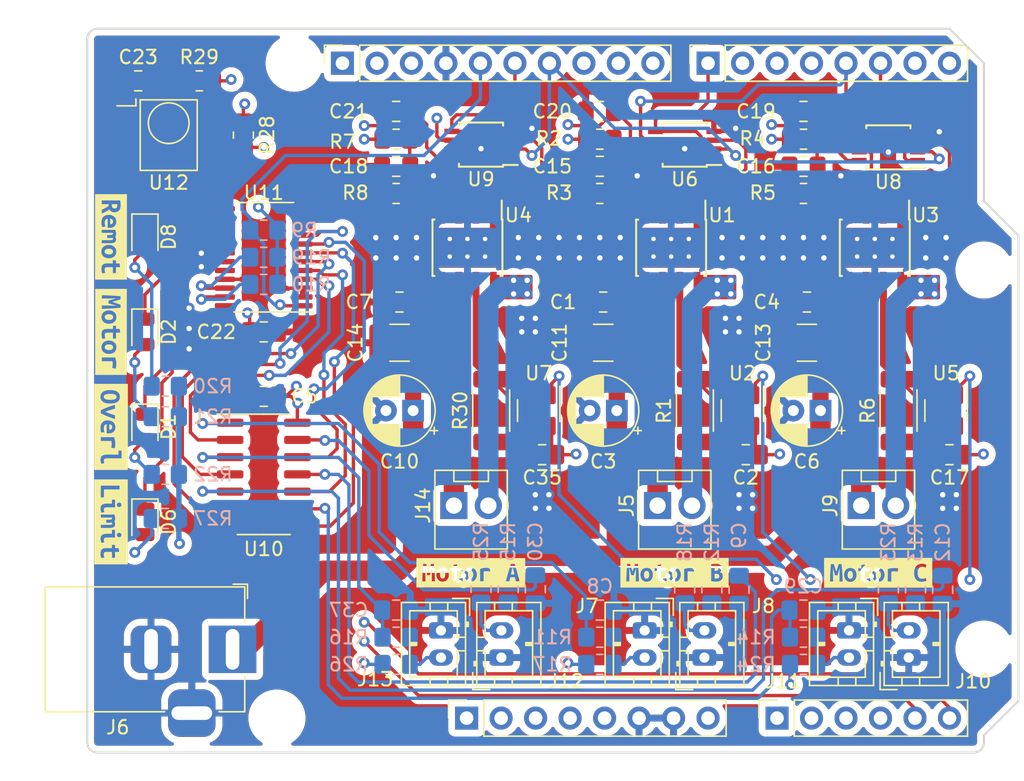
<source format=kicad_pcb>
(kicad_pcb (version 20211014) (generator pcbnew)
  (title_block (date "mar. 31 mars 2015"))
  (layers (0 "F.Cu" signal) (1 "In1.Cu" signal) (2 "In2.Cu" signal) (31 "B.Cu" signal) (34 "B.Paste" user) (35 "F.Paste" user) (36 "B.SilkS" user "B.Silkscreen") (37 "F.SilkS" user "F.Silkscreen") (38 "B.Mask" user) (39 "F.Mask" user) (44 "Edge.Cuts" user))
  (net 0 "")
  (net 1 "GND")
  (net 3 "+5V")
  (net 4 "/IOREF")
  (net 5 "/A0")
  (net 6 "/A1")
  (net 7 "/A2")
  (net 8 "/A3")
  (net 9 "/SDA{slash}A4")
  (net 10 "/SCL{slash}A5")
  (net 11 "/13")
  (net 12 "/12")
  (net 13 "/AREF")
  (net 14 "/8")
  (net 15 "/7")
  (net 16 "/*11")
  (net 17 "/*10")
  (net 18 "/*9")
  (net 19 "/4")
  (net 20 "/2")
  (net 21 "/*6")
  (net 22 "/*5")
  (net 23 "/TX{slash}1")
  (net 24 "/*3")
  (net 25 "/RX{slash}0")
  (net 26 "+3V3")
  (net 27 "/~{RESET}")
  (net 28 "+12V")
  (net 29 "Net-(J5-Pad1)")
  (net 30 "/H-bridge #1/PWM2")
  (net 31 "Net-(J10-Pad2)")
  (net 32 "Net-(J7-Pad2)")
  (net 33 "Net-(J8-Pad2)")
  (net 34 "Net-(J11-Pad2)")
  (net 35 "Net-(J5-Pad2)")
  (net 36 "Net-(J9-Pad1)")
  (net 37 "Net-(C8-Pad1)")
  (net 38 "Net-(C9-Pad1)")
  (net 39 "Net-(C12-Pad1)")
  (net 40 "Net-(C29-Pad1)")
  (net 41 "Net-(C30-Pad1)")
  (net 42 "Net-(C37-Pad1)")
  (net 43 "Net-(J9-Pad2)")
  (net 44 "Net-(J14-Pad1)")
  (net 45 "Net-(J14-Pad2)")
  (net 46 "Net-(R1-Pad2)")
  (net 47 "Net-(C15-Pad1)")
  (net 48 "Net-(C16-Pad1)")
  (net 49 "Net-(R6-Pad2)")
  (net 50 "Net-(C18-Pad1)")
  (net 51 "Net-(J12-Pad2)")
  (net 52 "Net-(J13-Pad2)")
  (net 53 "Net-(R30-Pad2)")
  (net 54 "/H-bridge #1/PWM1")
  (net 55 "/H-bridge #2/PWM2")
  (net 56 "/Vin")
  (net 57 "/H-bridge #2/PWM1")
  (net 58 "Net-(C23-Pad1)")
  (net 59 "/H-bridge #3/PWM2")
  (net 60 "/H-bridge #3/PWM1")
  (net 61 "/LED02")
  (net 62 "Net-(D1-Pad2)")
  (net 63 "/LED01")
  (net 64 "Net-(D2-Pad2)")
  (net 65 "/LED03")
  (net 66 "Net-(D6-Pad2)")
  (net 67 "/LED00")
  (net 68 "Net-(D8-Pad2)")
  (net 69 "/LIM_SW00")
  (net 70 "/LIM_SW01")
  (net 71 "/LIM_SW02")
  (net 72 "/LIM_SW03")
  (net 73 "/LIM_SW04")
  (net 74 "/LIM_SW05")
  (footprint "Connector_PinSocket_2.54mm:PinSocket_1x08_P2.54mm_Vertical" (layer "F.Cu") (at 127.94 97.46 90)
    (fp_text reference "J1" hide)
    (fp_text value "Power")
  )
  (footprint "Connector_PinSocket_2.54mm:PinSocket_1x06_P2.54mm_Vertical" (layer "F.Cu") (at 150.8 97.46 90)
    (fp_text reference "J3" hide)
    (fp_text value "Analog")
  )
  (footprint "Connector_PinSocket_2.54mm:PinSocket_1x10_P2.54mm_Vertical" (layer "F.Cu") (at 118.796 49.2 90)
    (fp_text reference "J2" hide)
    (fp_text value "Digital/PWM")
  )
  (footprint "Connector_PinSocket_2.54mm:PinSocket_1x08_P2.54mm_Vertical" (layer "F.Cu") (at 145.72 49.2 90)
    (fp_text reference "J4" hide)
    (fp_text value "Digital/PWM")
  )
  (footprint "kibuzzard-6387D063" (layer "F.Cu") (at 101.75 69 -90)
    (fp_text reference "kibuzzard-6387D063" hide)
    (fp_text value "G***" hide)
  )
  (footprint "Connector_JST:JST_PH_B2B-PH-K_1x02_P2.00mm_Vertical" (layer "F.Cu") (at 145.45 93 90)
    (fp_text reference "J8")
    (fp_text value "Limit switch")
  )
  (footprint "kibuzzard-6387D00C" (layer "F.Cu") (at 101.75 83 -90)
    (fp_text reference "kibuzzard-6387D00C" hide)
    (fp_text value "G***" hide)
  )
  (footprint "Resistor_SMD:R_2010_5025Metric" (layer "F.Cu") (at 159.75 74.8 90)
    (fp_text reference "R6")
    (fp_text value "250mR")
  )
  (footprint "OptoDevice_custom:IRM-H6XX" (layer "F.Cu") (at 106 54.5)
    (fp_text reference "U12")
    (fp_text value "IRM-H6XX")
  )
  (footprint "Capacitor_SMD:C_0805_2012Metric_Pad1.18x1.45mm_HandSolder" (layer "F.Cu") (at 122.75 52.75 180)
    (fp_text reference "C21")
    (fp_text value "0.1uC")
  )
  (footprint "Resistor_SMD:R_0805_2012Metric_Pad1.20x1.40mm_HandSolder" (layer "F.Cu") (at 108.25 50.5)
    (fp_text reference "R29")
    (fp_text value "160R")
  )
  (footprint "LED_SMD:LED_0805_2012Metric" (layer "F.Cu") (at 104.25 69 -90)
    (fp_text reference "D2")
    (fp_text value "LED")
  )
  (footprint "Package_TO_SOT_SMD:SOT-23-5" (layer "F.Cu") (at 133.25 74.8 -90)
    (fp_text reference "U7")
    (fp_text value "INA180A1")
  )
  (footprint "Capacitor_THT:CP_Radial_D5.0mm_P2.00mm" (layer "F.Cu") (at 154 74.8 180)
    (fp_text reference "C6")
    (fp_text value "47uC")
  )
  (footprint "Package_SO:SO-14_3.9x8.65mm_P1.27mm" (layer "F.Cu") (at 113 79.5)
    (fp_text reference "U10")
    (fp_text value "74HC14")
  )
  (footprint "Connector_JST:JST_PH_B2B-PH-K_1x02_P2.00mm_Vertical" (layer "F.Cu") (at 160.5 93 90)
    (fp_text reference "J10")
    (fp_text value "Limit switch")
  )
  (footprint "Resistor_SMD:R_2010_5025Metric" (layer "F.Cu") (at 144.75 74.8 90)
    (fp_text reference "R1")
    (fp_text value "250mR")
  )
  (footprint "LED_SMD:LED_0805_2012Metric" (layer "F.Cu") (at 104.25 62 -90)
    (fp_text reference "D8")
    (fp_text value "LED")
  )
  (footprint "Capacitor_SMD:C_0805_2012Metric_Pad1.18x1.45mm_HandSolder" (layer "F.Cu") (at 103.75 50.5 180)
    (fp_text reference "C23")
    (fp_text value "4.7uC")
  )
  (footprint "Resistor_SMD:R_0805_2012Metric_Pad1.20x1.40mm_HandSolder" (layer "F.Cu") (at 137.75 58.8 180)
    (fp_text reference "R3")
    (fp_text value "10kR")
  )
  (footprint "Package_SO:TSSOP-8_3x3mm_P0.65mm" (layer "F.Cu") (at 159 55.4 180)
    (fp_text reference "U8")
    (fp_text value "74HC2G08")
  )
  (footprint "Capacitor_THT:CP_Radial_D5.0mm_P2.00mm" (layer "F.Cu") (at 139 74.8 180)
    (fp_text reference "C3")
    (fp_text value "47uC")
  )
  (footprint "Capacitor_SMD:C_0805_2012Metric_Pad1.18x1.45mm_HandSolder" (layer "F.Cu") (at 152.75 56.8 180)
    (fp_text reference "C16")
    (fp_text value "0.1uC")
  )
  (footprint "Resistor_SMD:R_0805_2012Metric_Pad1.20x1.40mm_HandSolder" (layer "F.Cu") (at 152.75 58.8 180)
    (fp_text reference "R5")
    (fp_text value "10kR")
  )
  (footprint "Connector_JST:JST_PH_B2B-PH-K_1x02_P2.00mm_Vertical" (layer "F.Cu") (at 156.1 91 -90)
    (fp_text reference "J11")
    (fp_text value "Limit switch")
  )
  (footprint "Package_SO:TSSOP-8_3x3mm_P0.65mm" (layer "F.Cu") (at 144 55.2 180)
    (fp_text reference "U6")
    (fp_text value "74HC2G08")
  )
  (footprint "Package_SO:Texas_HTSOP-8-1EP_3.9x4.9mm_P1.27mm_EP2.95x4.9mm_Mask2.4x3.1mm_ThermalVias" (layer "F.Cu") (at 158 62.8 -90)
    (fp_text reference "U3")
    (fp_text value "DRV8870DDA")
  )
  (footprint "kibuzzard-6387D241" (layer "F.Cu") (at 143.25 86.75)
    (fp_text reference "kibuzzard-6387D241" hide)
    (fp_text value "G***" hide)
  )
  (footprint "Connector_custom:HC-2510-2A" (layer "F.Cu") (at 157 81.8 90)
    (fp_text reference "J9")
    (fp_text value "Motor connector")
  )
  (footprint "Arduino_MountingHole:MountingHole_3.2mm" (layer "F.Cu") (at 115.24 49.2)
    (fp_text reference "MH1" hide)
    (fp_text value "MountingHole_3.2mm" hide)
  )
  (footprint "Capacitor_SMD:C_0805_2012Metric_Pad1.18x1.45mm_HandSolder" (layer "F.Cu") (at 122.75 56.8 180)
    (fp_text reference "C18")
    (fp_text value "0.1uC")
  )
  (footprint "Capacitor_SMD:C_0805_2012Metric_Pad1.18x1.45mm_HandSolder" (layer "F.Cu") (at 163.5 78.05 180)
    (fp_text reference "C17")
    (fp_text value "0.1uC")
  )
  (footprint "Resistor_SMD:R_0805_2012Metric_Pad1.20x1.40mm_HandSolder" (layer "F.Cu") (at 111.5 54.5 -90)
    (fp_text reference "R28")
    (fp_text value "10kR")
  )
  (footprint "Capacitor_SMD:C_0805_2012Metric_Pad1.18x1.45mm_HandSolder" (layer "F.Cu") (at 153 66.8 180)
    (fp_text reference "C4")
    (fp_text value "0.1uC")
  )
  (footprint "Resistor_SMD:R_0805_2012Metric_Pad1.20x1.40mm_HandSolder" (layer "F.Cu") (at 152.75 54.8)
    (fp_text reference "R4")
    (fp_text value "10kR")
  )
  (footprint "Package_TO_SOT_SMD:SOT-23-5" (layer "F.Cu") (at 163.25 74.8 -90)
    (fp_text reference "U5")
    (fp_text value "INA180A1")
  )
  (footprint "Capacitor_SMD:C_1210_3225Metric_Pad1.33x2.70mm_HandSolder" (layer "F.Cu") (at 123 69.8 180)
    (fp_text reference "C14")
    (fp_text value "10uC")
  )
  (footprint "Capacitor_SMD:C_0805_2012Metric_Pad1.18x1.45mm_HandSolder" (layer "F.Cu") (at 148.5 78.05 180)
    (fp_text reference "C2")
    (fp_text value "0.1uC")
  )
  (footprint "Package_SO:Texas_HTSOP-8-1EP_3.9x4.9mm_P1.27mm_EP2.95x4.9mm_Mask2.4x3.1mm_ThermalVias" (layer "F.Cu") (at 143 62.8 -90)
    (fp_text reference "U1")
    (fp_text value "DRV8870DDA")
  )
  (footprint "Resistor_SMD:R_2010_5025Metric" (layer "F.Cu") (at 129.75 74.8 90)
    (fp_text reference "R30")
    (fp_text value "250mR")
  )
  (footprint "Resistor_SMD:R_0805_2012Metric_Pad1.20x1.40mm_HandSolder" (layer "F.Cu") (at 137.75 54.8)
    (fp_text reference "R2")
    (fp_text value "10kR")
  )
  (footprint "Capacitor_SMD:C_1210_3225Metric_Pad1.33x2.70mm_HandSolder" (layer "F.Cu") (at 138 69.8 180)
    (fp_text reference "C11")
    (fp_text value "10uC")
  )
  (footprint "Resistor_SMD:R_0805_2012Metric_Pad1.20x1.40mm_HandSolder" (layer "F.Cu") (at 122.75 54.8)
    (fp_text reference "R7")
    (fp_text value "10kR")
  )
  (footprint "LED_SMD:LED_0805_2012Metric" (layer "F.Cu") (at 104.25 83 -90)
    (fp_text reference "D6")
    (fp_text value "LED")
  )
  (footprint "Capacitor_SMD:C_0805_2012Metric_Pad1.18x1.45mm_HandSolder" (layer "F.Cu") (at 123 66.8 180)
    (fp_text reference "C7")
    (fp_text value "0.1uC")
  )
  (footprint "Capacitor_SMD:C_0805_2012Metric_Pad1.18x1.45mm_HandSolder" (layer "F.Cu") (at 133.5 78.05 180)
    (fp_text reference "C35")
    (fp_text value "0.1uC")
  )
  (footprint "Package_SO:TSSOP-24_4.4x7.8mm_P0.65mm" (layer "F.Cu") (at 113 63.5 180)
    (fp_text reference "U11")
    (fp_text value "PCA9535PW")
  )
  (footprint "kibuzzard-6387CFDB" (layer "F.Cu") (at 101.75 62 -90)
    (fp_text reference "kibuzzard-6387CFDB" hide)
    (fp_text value "G***" hide)
  )
  (footprint "Connector_custom:HC-2510-2A" (layer "F.Cu") (at 142 81.8 90)
    (fp_text reference "J5")
    (fp_text value "Motor connector")
  )
  (footprint "LED_SMD:LED_0805_2012Metric" (layer "F.Cu") (at 104.25 76 -90)
    (fp_text reference "D1")
    (fp_text value "LED")
  )
  (footprint "Capacitor_SMD:C_0805_2012Metric_Pad1.18x1.45mm_HandSolder" (layer "F.Cu") (at 113 69)
    (fp_text reference "C22")
    (fp_text value "0.1uC")
  )
  (footprint "Capacitor_SMD:C_0805_2012Metric_Pad1.18x1.45mm_HandSolder" (layer "F.Cu") (at 138 66.8 180)
    (fp_text reference "C1")
    (fp_text value "0.1uC")
  )
  (footprint "kibuzzard-6387D004" (layer "F.Cu") (at 101.75 76 -90)
    (fp_text reference "kibuzzard-6387D004" hide)
    (fp_text value "G***" hide)
  )
  (footprint "Connector_JST:JST_PH_B2B-PH-K_1x02_P2.00mm_Vertical" (layer "F.Cu") (at 126.05 91 -90)
    (fp_text reference "J13")
    (fp_text value "Limit switch")
  )
  (footprint "Package_TO_SOT_SMD:SOT-23-5" (layer "F.Cu") (at 148.25 74.8 -90)
    (fp_text reference "U2")
    (fp_text value "INA180A1")
  )
  (footprint "Capacitor_SMD:C_0805_2012Metric_Pad1.18x1.45mm_HandSolder" (layer "F.Cu") (at 137.75 52.75 180)
    (fp_text reference "C20")
    (fp_text value "0.1uC")
  )
  (footprint "Connector_JST:JST_PH_B2B-PH-K_1x02_P2.00mm_Vertical" (layer "F.Cu") (at 141.05 91 -90)
    (fp_text reference "J7")
    (fp_text value "Limit switch")
  )
  (footprint "Connector_JST:JST_PH_B2B-PH-K_1x02_P2.00mm_Vertical" (layer "F.Cu") (at 130.5 93 90)
    (fp_text reference "J12")
    (fp_text value "Limit switch")
  )
  (footprint "Connector_custom:HC-2510-2A" (layer "F.Cu") (at 127 81.8 90)
    (fp_text reference "J14")
    (fp_text value "Motor connector")
  )
  (footprint "Capacitor_SMD:C_0805_2012Metric_Pad1.18x1.45mm_HandSolder" (layer "F.Cu") (at 113 73.75 180)
    (fp_text reference "C5")
    (fp_text value "0.1uC")
  )
  (footprint "Package_SO:TSSOP-8_3x3mm_P0.65mm" (layer "F.Cu") (at 129 55.2 180)
    (fp_text reference "U9")
    (fp_text value "74HC2G08")
  )
  (footprint "kibuzzard-6387D23A" (layer "F.Cu") (at 128.25 86.75)
    (fp_text reference "kibuzzard-6387D23A" hide)
    (fp_text value "G***" hide)
  )
  (footprint "Capacitor_SMD:C_0805_2012Metric_Pad1.18x1.45mm_HandSolder" (layer "F.Cu") (at 152.75 52.75 180)
    (fp_text reference "C19")
    (fp_text value "0.1uC")
  )
  (footprint "Package_SO:Texas_HTSOP-8-1EP_3.9x4.9mm_P1.27mm_EP2.95x4.9mm_Mask2.4x3.1mm_ThermalVias" (layer "F.Cu") (at 128 62.8 -90)
    (fp_text reference "U4")
    (fp_text value "DRV8870DDA")
  )
  (footprint "Connector_BarrelJack:BarrelJack_Horizontal" (layer "F.Cu") (at 110.7 92.3925)
    (fp_text reference "J6")
    (fp_text value "Barrel_Jack_Switch")
  )
  (footprint "Arduino_MountingHole:MountingHole_3.2mm" (layer "F.Cu") (at 113.97 97.46)
    (fp_text reference "MH2" hide)
    (fp_text value "MountingHole_3.2mm" hide)
  )
  (footprint "Capacitor_THT:CP_Radial_D5.0mm_P2.00mm" (layer "F.Cu") (at 124 74.8 180)
    (fp_text reference "C10")
    (fp_text value "47uC")
  )
  (footprint "Arduino_MountingHole:MountingHole_3.2mm" (layer "F.Cu") (at 166.04 64.44)
    (fp_text reference "MH3" hide)
    (fp_text value "MountingHole_3.2mm" hide)
  )
  (footprint "Arduino_MountingHole:MountingHole_3.2mm" (layer "F.Cu") (at 166.04 92.38)
    (fp_text reference "MH4" hide)
    (fp_text value "MountingHole_3.2mm" hide)
  )
  (footprint "Resistor_SMD:R_0805_2012Metric_Pad1.20x1.40mm_HandSolder" (layer "F.Cu") (at 122.75 58.8 180)
    (fp_text reference "R8")
    (fp_text value "10kR")
  )
  (footprint "Capacitor_SMD:C_0805_2012Metric_Pad1.18x1.45mm_HandSolder" (layer "F.Cu") (at 137.75 56.8 180)
    (fp_text reference "C15")
    (fp_text value "0.1uC")
  )
  (footprint "kibuzzard-6387D249" (layer "F.Cu") (at 158.25 86.75)
    (fp_text reference "kibuzzard-6387D249" hide)
    (fp_text value "G***" hide)
  )
  (footprint "Capacitor_SMD:C_1210_3225Metric_Pad1.33x2.70mm_HandSolder" (layer "F.Cu") (at 153 69.8 180)
    (fp_text reference "C13")
    (fp_text value "10uC")
  )
  (footprint "Resistor_SMD:R_0805_2012Metric_Pad1.20x1.40mm_HandSolder" (layer "B.Cu") (at 137.75 91.5 180)
    (fp_text reference "R11")
    (fp_text value "10kR")
  )
  (footprint "Resistor_SMD:R_0805_2012Metric_Pad1.20x1.40mm_HandSolder" (layer "B.Cu") (at 113 61.5 180)
    (fp_text reference "R9")
    (fp_text value "10kR")
  )
  (footprint "Resistor_SMD:R_0805_2012Metric_Pad1.20x1.40mm_HandSolder" (layer "B.Cu") (at 152.75 93.5)
    (fp_text reference "R24")
    (fp_text value "10kR")
  )
  (footprint "Resistor_SMD:R_0805_2012Metric_Pad1.20x1.40mm_HandSolder" (layer "B.Cu") (at 113 65.5 180)
    (fp_text reference "R10")
    (fp_text value "10kR")
  )
  (footprint "Capacitor_SMD:C_0805_2012Metric_Pad1.18x1.45mm_HandSolder" (layer "B.Cu") (at 133 87.9625 -90)
    (fp_text reference "C30")
    (fp_text value "0.1uC")
  )
  (footprint "Resistor_SMD:R_0805_2012Metric_Pad1.20x1.40mm_HandSolder" (layer "B.Cu") (at 146 88 90)
    (fp_text reference "R12")
    (fp_text value "10kR")
  )
  (footprint "Resistor_SMD:R_0805_2012Metric_Pad1.20x1.40mm_HandSolder" (layer "B.Cu") (at 122.75 91.5 180)
    (fp_text reference "R16")
    (fp_text value "10kR")
  )
  (footprint "Resistor_SMD:R_0805_2012Metric_Pad1.20x1.40mm_HandSolder" (layer "B.Cu") (at 105.75 75.25 180)
    (fp_text reference "R21")
    (fp_text value "1kR")
  )
  (footprint "Capacitor_SMD:C_0805_2012Metric_Pad1.18x1.45mm_HandSolder" (layer "B.Cu") (at 122.75 89.5)
    (fp_text reference "C37")
    (fp_text value "0.1uC")
  )
  (footprint "Capacitor_SMD:C_0805_2012Metric_Pad1.18x1.45mm_HandSolder" (layer "B.Cu") (at 163 88 -90)
    (fp_text reference "C12")
    (fp_text value "0.1uC")
  )
  (footprint "Resistor_SMD:R_0805_2012Metric_Pad1.20x1.40mm_HandSolder" (layer "B.Cu") (at 144 88 -90)
    (fp_text reference "R18")
    (fp_text value "10kR")
  )
  (footprint "Resistor_SMD:R_0805_2012Metric_Pad1.20x1.40mm_HandSolder" (layer "B.Cu") (at 122.75 93.5)
    (fp_text reference "R26")
    (fp_text value "10kR")
  )
  (footprint "Resistor_SMD:R_0805_2012Metric_Pad1.20x1.40mm_HandSolder" (layer "B.Cu") (at 152.75 91.5 180)
    (fp_text reference "R14")
    (fp_text value "10kR")
  )
  (footprint "Capacitor_SMD:C_0805_2012Metric_Pad1.18x1.45mm_HandSolder" (layer "B.Cu") (at 152.75 89.5)
    (fp_text reference "C29")
    (fp_text value "0.1uC")
  )
  (footprint "Resistor_SMD:R_0805_2012Metric_Pad1.20x1.40mm_HandSolder" (layer "B.Cu") (at 105.75 73 180)
    (fp_text reference "R20")
    (fp_text value "1kR")
  )
  (footprint "Resistor_SMD:R_0805_2012Metric_Pad1.20x1.40mm_HandSolder" (layer "B.Cu") (at 161 88 90)
    (fp_text reference "R13")
    (fp_text value "10kR")
  )
  (footprint "Resistor_SMD:R_0805_2012Metric_Pad1.20x1.40mm_HandSolder" (layer "B.Cu") (at 129 87.9625 -90)
    (fp_text reference "R25")
    (fp_text value "10kR")
  )
  (footprint "Resistor_SMD:R_0805_2012Metric_Pad1.20x1.40mm_HandSolder" (layer "B.Cu") (at 131 87.9625 90)
    (fp_text reference "R15")
    (fp_text value "10kR")
  )
  (footprint "Resistor_SMD:R_0805_2012Metric_Pad1.20x1.40mm_HandSolder" (layer "B.Cu") (at 137.75 93.5)
    (fp_text reference "R17")
    (fp_text value "10kR")
  )
  (footprint "Resistor_SMD:R_0805_2012Metric_Pad1.20x1.40mm_HandSolder" (layer "B.Cu") (at 159 88 -90)
    (fp_text reference "R23")
    (fp_text value "10kR")
  )
  (footprint "Resistor_SMD:R_0805_2012Metric_Pad1.20x1.40mm_HandSolder" (layer "B.Cu") (at 105.75 82.75 180)
    (fp_text reference "R27")
    (fp_text value "1kR")
  )
  (footprint "Resistor_SMD:R_0805_2012Metric_Pad1.20x1.40mm_HandSolder" (layer "B.Cu") (at 113 63.5 180)
    (fp_text reference "R19")
    (fp_text value "10kR")
  )
  (footprint "Capacitor_SMD:C_0805_2012Metric_Pad1.18x1.45mm_HandSolder" (layer "B.Cu") (at 148 88 -90)
    (fp_text reference "C9")
    (fp_text value "0.1uC")
  )
  (footprint "Capacitor_SMD:C_0805_2012Metric_Pad1.18x1.45mm_HandSolder" (layer "B.Cu") (at 137.75 89.5)
    (fp_text reference "C8")
    (fp_text value "0.1uC")
  )
  (footprint "Resistor_SMD:R_0805_2012Metric_Pad1.20x1.40mm_HandSolder" (layer "B.Cu") (at 105.75 79.5 180)
    (fp_text reference "R22")
    (fp_text value "1kR")
  )
  (gr_line (start 166.04 59.36) (end 168.58 61.9) (layer "Edge.Cuts") (width 0.15))
  (gr_line (start 100 99.238) (end 100 47.422) (layer "Edge.Cuts") (width 0.15))
  (gr_line (start 168.58 61.9) (end 168.58 96.19) (layer "Edge.Cuts") (width 0.15))
  (gr_line (start 165.278 100) (end 100.762 100) (layer "Edge.Cuts") (width 0.15))
  (gr_line (start 100.762 46.66) (end 163.5 46.66) (layer "Edge.Cuts") (width 0.15))
  (gr_arc (start 100.762 100) (mid 100.223185 99.776815) (end 100 99.238) (layer "Edge.Cuts") (width 0.15))
  (gr_line (start 168.58 96.19) (end 166.04 98.73) (layer "Edge.Cuts") (width 0.15))
  (gr_line (start 163.5 46.66) (end 166.04 49.2) (layer "Edge.Cuts") (width 0.15))
  (gr_arc (start 166.04 99.238) (mid 165.816815 99.776815) (end 165.278 100) (layer "Edge.Cuts") (width 0.15))
  (gr_line (start 166.04 49.2) (end 166.04 59.36) (layer "Edge.Cuts") (width 0.15))
  (gr_line (start 166.04 98.73) (end 166.04 99.238) (layer "Edge.Cuts") (width 0.15))
  (gr_arc (start 100 47.422) (mid 100.223185 46.883185) (end 100.762 46.66) (layer "Edge.Cuts") (width 0.15))
  (segment (start 114.075 59.925) (end 113.5 60.5) (width 0.25) (layer "F.Cu") (net 1))
  (segment (start 112.75 67.7125) (end 114.0375 69) (width 0.25) (layer "F.Cu") (net 1))
  (segment (start 147.75 54) (end 147.525 54.225) (width 0.25) (layer "F.Cu") (net 1))
  (segment (start 132.3 75.9375) (end 132.3 77.8875) (width 0.25) (layer "F.Cu") (net 1))
  (segment (start 162.575 54.425) (end 161.15 54.425) (width 0.25) (layer "F.Cu") (net 1))
  (segment (start 162.3 75.9375) (end 163.25 74.9875) (width 0.25) (layer "F.Cu") (net 1))
  (segment (start 133.25 74.9875) (end 133.25 73.6625) (width 0.25) (layer "F.Cu") (net 1))
  (segment (start 110.1375 65.125) (end 113.075 65.125) (width 0.25) (layer "F.Cu") (net 1))
  (segment (start 115.8625 59.925) (end 114.075 59.925) (width 0.25) (layer "F.Cu") (net 1))
  (segment (start 132.525 54.225) (end 131.15 54.225) (width 0.25) (layer "F.Cu") (net 1))
  (segment (start 114 65.5) (end 113.725 65.775) (width 0.25) (layer "F.Cu") (net 1))
  (segment (start 115.8625 65.775) (end 113.725 65.775) (width 0.25) (layer "F.Cu") (net 1))
  (segment (start 113.5 60.5) (end 113.5 64) (width 0.25) (layer "F.Cu") (net 1))
  (segment (start 115.8625 65.775) (end 115.8625 66.425) (width 0.25) (layer "F.Cu") (net 1))
  (segment (start 114 64.5) (end 114 65.5) (width 0.25) (layer "F.Cu") (net 1))
  (segment (start 132.3 75.9375) (end 133.25 74.9875) (width 0.25) (layer "F.Cu") (net 1))
  (segment (start 147.3 77.8875) (end 147.4625 78.05) (width 0.25) (layer "F.Cu") (net 1))
  (segment (start 113.725 65.775) (end 112.75 66.75) (width 0.25) (layer "F.Cu") (net 1))
  (segment (start 162.75 54.25) (end 162.575 54.425) (width 0.25) (layer "F.Cu") (net 1))
  (segment (start 147.3 75.9375) (end 148.25 74.9875) (width 0.25) (layer "F.Cu") (net 1))
  (segment (start 147.525 54.225) (end 146.15 54.225) (width 0.25) (layer "F.Cu") (net 1))
  (segment (start 147.3 75.9375) (end 147.3 77.8875) (width 0.25) (layer "F.Cu") (net 1))
  (segment (start 132.3 77.8875) (end 132.4625 78.05) (width 0.25) (layer "F.Cu") (net 1))
  (segment (start 112.75 66.75) (end 112.75 67.7125) (width 0.25) (layer "F.Cu") (net 1))
  (segment (start 163.25 74.9875) (end 163.25 73.6625) (width 0.25) (layer "F.Cu") (net 1))
  (segment (start 148.25 74.9875) (end 148.25 73.6625) (width 0.25) (layer "F.Cu") (net 1))
  (segment (start 132.75 54) (end 132.525 54.225) (width 0.25) (layer "F.Cu") (net 1))
  (segment (start 162.3 75.9375) (end 162.3 77.8875) (width 0.25) (layer "F.Cu") (net 1))
  (segment (start 113.075 65.125) (end 113.725 65.775) (width 0.25) (layer "F.Cu") (net 1))
  (segment (start 113.5 64) (end 114 64.5) (width 0.25) (layer "F.Cu") (net 1))
  (segment (start 162.3 77.8875) (end 162.4625 78.05) (width 0.25) (layer "F.Cu") (net 1))
  (via (at 134 82) (size 0.8) (drill 0.4) (layers "F.Cu" "B.Cu") (net 1))
  (via (at 148 68) (size 0.8) (drill 0.4) (layers "F.Cu" "B.Cu") (net 1))
  (via (at 133 68) (size 0.8) (drill 0.4) (layers "F.Cu" "B.Cu") (net 1))
  (via (at 131.75 62.05) (size 0.8) (drill 0.4) (layers "F.Cu" "B.Cu") (net 1))
  (via (at 147 69) (size 0.8) (drill 0.4) (layers "F.Cu" "B.Cu") (net 1))
  (via (at 133.25 63.55) (size 0.8) (drill 0.4) (layers "F.Cu" "B.Cu") (net 1))
  (via (at 154.25 62.05) (size 0.8) (drill 0.4) (layers "F.Cu" "B.Cu") (net 1))
  (via (at 144 55.5) (size 0.8) (drill 0.4) (layers "F.Cu" "B.Cu") (net 1))
  (via (at 152.75 63.55) (size 0.8) (drill 0.4) (layers "F.Cu" "B.Cu") (net 1))
  (via (at 161.75 62.05) (size 0.8) (drill 0.4) (layers "F.Cu" "B.Cu") (net 1))
  (via (at 164 82) (size 0.8) (drill 0.4) (layers "F.Cu" "B.Cu") (net 1))
  (via (at 121.25 62.05) (size 0.8) (drill 0.4) (layers "F.Cu" "B.Cu") (net 1))
  (via (at 147 68) (size 0.8) (drill 0.4) (layers "F.Cu" "B.Cu") (net 1))
  (via (at 133.25 62.05) (size 0.8) (drill 0.4) (layers "F.Cu" "B.Cu") (net 1))
  (via (at 132.75 54) (size 0.8) (drill 0.4) (layers "F.Cu" "B.Cu") (net 1))
  (via (at 107.5 67.25) (size 0.8) (drill 0.4) (layers "F.Cu" "B.Cu") (net 1))
  (via (at 149 82) (size 0.8) (drill 0.4) (layers "F.Cu" "B.Cu") (net 1))
  (via (at 148.25 63.55) (size 0.8) (drill 0.4) (layers "F.Cu" "B.Cu") (net 1))
  (via (at 149 81) (size 0.8) (drill 0.4) (layers "F.Cu" "B.Cu") (net 1))
  (via (at 133 82) (size 0.8) (drill 0.4) (layers "F.Cu" "B.Cu") (net 1))
  (via (at 131.75 63.55) (size 0.8) (drill 0.4) (layers "F.Cu" "B.Cu") (net 1))
  (via (at 148 81) (size 0.8) (drill 0.4) (layers "F.Cu" "B.Cu") (net 1))
  (via (at 146.75 63.55) (size 0.8) (drill 0.4) (layers "F.Cu" "B.Cu") (net 1))
  (via (at 154.25 63.55) (size 0.8) (drill 0.4) (layers "F.Cu" "B.Cu") (net 1))
  (via (at 163 81) (size 0.8) (drill 0.4) (layers "F.Cu" "B.Cu") (net 1))
  (via (at 136.25 62.05) (size 0.8) (drill 0.4) (layers "F.Cu" "B.Cu") (net 1))
  (via (at 137.75 62.05) (size 0.8) (drill 0.4) (layers "F.Cu" "B.Cu") (net 1))
  (via (at 134.75 62.05) (size 0.8) (drill 0.4) (layers "F.Cu" "B.Cu") (net 1))
  (via (at 133 81) (size 0.8) (drill 0.4) (layers "F.Cu" "B.Cu") (net 1))
  (via (at 161.75 63.55) (size 0.8) (drill 0.4) (layers "F.Cu" "B.Cu") (net 1))
  (via (at 133 69) (size 0.8) (drill 0.4) (layers "F.Cu" "B.Cu") (net 1))
  (via (at 148.25 62.05) (size 0.8) (drill 0.4) (layers "F.Cu" "B.Cu") (net 1))
  (via (at 155.5 57.5) (size 0.8) (drill 0.4) (layers "F.Cu" "B.Cu") (net 1))
  (via (at 132 68) (size 0.8) (drill 0.4) (layers "F.Cu" "B.Cu") (net 1))
  (via (at 163.25 63.55) (size 0.8) (drill 0.4) (layers "F.Cu" "B.Cu") (net 1))
  (via (at 124.25 63.55) (size 0.8) (drill 0.4) (layers "F.Cu" "B.Cu") (net 1))
  (via (at 107.5 70.25) (size 0.8) (drill 0.4) (layers "F.Cu" "B.Cu") (net 1))
  (via (at 139.25 63.55) (size 0.8) (drill 0.4) (layers "F.Cu" "B.Cu") (net 1))
  (via (at 136.25 63.55) (size 0.8) (drill 0.4) (layers "F.Cu" "B.Cu") (net 1))
  (via (at 108.4 64.2) (size 0.8) (drill 0.4) (layers "F.Cu" "B.Cu") (net 1))
  (via (at 162.75 54.25) (size 0.8) (drill 0.4) (layers "F.Cu" "B.Cu") (net 1))
  (via (at 163.25 62.05) (size 0.8) (drill 0.4) (layers "F.Cu" "B.Cu") (net 1))
  (via (at 159 55.75) (size 0.8) (drill 0.4) (layers "F.Cu" "B.Cu") (net 1))
  (via (at 137.75 63.55) (size 0.8) (drill 0.4) (layers "F.Cu" "B.Cu") (net 1))
  (via (at 122.75 62.05) (size 0.8) (drill 0.4) (layers "F.Cu" "B.Cu") (net 1))
  (via (at 129 55.5) (size 0.8) (drill 0.4) (layers "F.Cu" "B.Cu") (net 1))
  (via (at 152.75 62.05) (size 0.8) (drill 0.4) (layers "F.Cu" "B.Cu") (net 1))
  (via (at 163 82) (size 0.8) (drill 0.4) (layers "F.Cu" "B.Cu") (net 1))
  (via (at 149.75 62.05) (size 0.8) (drill 0.4) (layers "F.Cu" "B.Cu") (net 1))
  (via (at 124.25 62.05) (size 0.8) (drill 0.4) (layers "F.Cu" "B.Cu") (net 1))
  (via (at 151.25 62.05) (size 0.8) (drill 0.4) (layers "F.Cu" "B.Cu") (net 1))
  (via (at 122.75 63.55) (size 0.8) (drill 0.4) (layers "F.Cu" "B.Cu") (net 1))
  (via (at 164 81) (size 0.8) (drill 0.4) (layers "F.Cu" "B.Cu") (net 1))
  (via (at 147.75 54) (size 0.8) (drill 0.4) (layers "F.Cu" "B.Cu") (net 1))
  (via (at 134 81) (size 0.8) (drill 0.4) (layers "F.Cu" "B.Cu") (net 1))
  (via (at 148 82) (size 0.8) (drill 0.4) (layers "F.Cu" "B.Cu") (net 1))
  (via (at 132 69) (size 0.8) (drill 0.4) (layers "F.Cu" "B.Cu") (net 1))
  (via (at 148 69) (size 0.8) (drill 0.4) (layers "F.Cu" "B.Cu") (net 1))
  (via (at 134.75 63.55) (size 0.8) (drill 0.4) (layers "F.Cu" "B.Cu") (net 1))
  (via (at 149.75 63.55) (size 0.8) (drill 0.4) (layers "F.Cu" "B.Cu") (net 1))
  (via (at 146.75 62.05) (size 0.8) (drill 0.4) (layers "F.Cu" "B.Cu") (net 1))
  (via (at 121.25 63.55) (size 0.8) (drill 0.4) (layers "F.Cu" "B.Cu") (net 1))
  (via (at 139.25 62.05) (size 0.8) (drill 0.4) (layers "F.Cu" "B.Cu") (net 1))
  (via (at 140.5 57.5) (size 0.8) (drill 0.4) (layers "F.Cu" "B.Cu") (net 1))
  (via (at 108.4 63.2) (size 0.8) (drill 0.4) (layers "F.Cu" "B.Cu") (net 1))
  (via (at 107.5 68.75) (size 0.8) (drill 0.4) (layers "F.Cu" "B.Cu") (net 1))
  (via (at 151.25 63.55) (size 0.8) (drill 0.4) (layers "F.Cu" "B.Cu") (net 1))
  (via (at 125.5 57.5) (size 0.8) (drill 0.4) (layers "F.Cu" "B.Cu") (net 1))
  (segment (start 135.4 53.7245) (end 135.4755 53.8) (width 0.25) (layer "F.Cu") (net 3))
  (segment (start 155.975 56.375) (end 155 55.4) (width 0.25) (layer "F.Cu") (net 3))
  (segment (start 135.4 54.8) (end 136.75 54.8) (width 0.25) (layer "F.Cu") (net 3))
  (segment (start 134.2 75.9375) (end 134.2 77.7125) (width 0.25) (layer "F.Cu") (net 3))
  (segment (start 156.85 56.375) (end 155.975 56.375) (width 0.25) (layer "F.Cu") (net 3))
  (segment (start 164.2 77.7125) (end 164.5375 78.05) (width 0.25) (layer "F.Cu") (net 3))
  (segment (start 140.8375 56.175) (end 140 55.3375) (width 0.25) (layer "F.Cu") (net 3))
  (segment (start 135.95 78.05) (end 136 78) (width 0.25) (layer "F.Cu") (net 3))
  (segment (start 149.2 77.7125) (end 149.5375 78.05) (width 0.25) (layer "F.Cu") (net 3))
  (segment (start 137.7375 53.8) (end 138.7875 52.75) (width 0.25) (layer "F.Cu") (net 3))
  (segment (start 152.7375 53.8) (end 153.7875 52.75) (width 0.25) (layer "F.Cu") (net 3))
  (segment (start 141.85 56.175) (end 140.8375 56.175) (width 0.25) (layer "F.Cu") (net 3))
  (segment (start 120.4 54.8) (end 121.75 54.8) (width 0.25) (layer "F.Cu") (net 3))
  (segment (start 122.7375 53.8) (end 123.7875 52.75) (width 0.25) (layer "F.Cu") (net 3))
  (segment (start 114.65 73.75) (end 115.4 73) (width 0.25) (layer "F.Cu") (net 3))
  (segment (start 149.5375 78.05) (end 150.95 78.05) (width 0.25) (layer "F.Cu") (net 3))
  (segment (start 150.4 53.7245) (end 150.4755 53.8) (width 0.25) (layer "F.Cu") (net 3))
  (segment (start 149.2 75.9375) (end 149.2 77.7125) (width 0.25) (layer "F.Cu") (net 3))
  (segment (start 114.0375 73.75) (end 115 73.75) (width 0.25) (layer "F.Cu") (net 3))
  (segment (start 126.85 56.175) (end 125.775 56.175) (width 0.25) (layer "F.Cu") (net 3))
  (segment (start 140 53.8) (end 138.95 52.75) (width 0.25) (layer "F.Cu") (net 3))
  (segment (start 110.1375 68.1375) (end 111 69) (width 0.25) (layer "F.Cu") (net 3))
  (segment (start 120.4 53.8) (end 122.7375 53.8) (width 0.25) (layer "F.Cu") (net 3))
  (segment (start 150.95 78.05) (end 151 78) (width 0.25) (layer "F.Cu") (net 3))
  (segment (start 150.4 54.8) (end 151.75 54.8) (width 0.25) (layer "F.Cu") (net 3))
  (segment (start 111.9625 67.7625) (end 111.8 67.6) (width 0.25) (layer "F.Cu") (net 3))
  (segment (start 111.9625 69) (end 111.9625 67.7625) (width 0.25) (layer "F.Cu") (net 3))
  (segment (start 150.4755 53.8) (end 152.7375 53.8) (width 0.25) (layer "F.Cu") (net 3))
  (segment (start 140 55.3375) (end 140 53.8) (width 0.25) (layer "F.Cu") (net 3))
  (segment (start 111.5 52.3) (end 111.6 52.2) (width 0.25) (layer "F.Cu") (net 3))
  (segment (start 155 53.8) (end 153.95 52.75) (width 0.25) (layer "F.Cu") (net 3))
  (segment (start 164.5375 78.05) (end 165.95 78.05) (width 0.25) (layer "F.Cu") (net 3))
  (segment (start 125 53.7125) (end 124.0375 52.75) (width 0.25) (layer "F.Cu") (net 3))
  (segment (start 115.475 75.69) (end 115.475 74.275) (width 0.25) (layer "F.Cu") (net 3))
  (segment (start 110.5 50.5) (end 110.6 50.4) (width 0.25) (layer "F.Cu") (net 3))
  (segment (start 114.0375 73.75) (end 114.65 73.75) (width 0.25) (layer "F.Cu") (net 3))
  (segment (start 115.475 74.275) (end 115.5 74.25) (width 0.25) (layer "F.Cu") (net 3))
  (segment (start 115 73.75) (end 115.5 74.25) (width 0.25) (layer "F.Cu") (net 3))
  (segment (start 155 55.4) (end 155 53.8) (width 0.25) (layer "F.Cu") (net 3))
  (segment (start 110.1375 67.075) (end 110.1375 68.1375) (width 0.25) (layer "F.Cu") (net 3))
  (segment (start 138.95 52.75) (end 138.7875 52.75) (width 0.25) (layer "F.Cu") (net 3))
  (segment (start 111 69) (end 111.9625 69) (width 0.25) (layer "F.Cu") (net 3))
  (segment (start 135.4755 53.8) (end 137.7375 53.8) (width 0.25) (layer "F.Cu") (net 3))
  (segment (start 125.775 56.175) (end 125 55.4) (width 0.25) (layer "F.Cu") (net 3))
  (segment (start 111.5 53.5) (end 111.5 52.3) (width 0.25) (layer "F.Cu") (net 3))
  (segment (start 153.95 52.75) (end 153.7875 52.75) (width 0.25) (layer "F.Cu") (net 3))
  (segment (start 165.95 78.05) (end 166 78) (width 0.25) (layer "F.Cu") (net 3))
  (segment (start 109.25 50.5) (end 110.5 50.5) (width 0.25) (layer "F.Cu") (net 3))
  (segment (start 125 55.4) (end 125 53.7125) (width 0.25) (layer "F.Cu") (net 3))
  (segment (start 164.2 75.9375) (end 164.2 77.7125) (width 0.25) (layer "F.Cu") (net 3))
  (segment (start 134.2 77.7125) (end 134.5375 78.05) (width 0.25) (layer "F.Cu") (net 3))
  (segment (start 134.5375 78.05) (end 135.95 78.05) (width 0.25) (layer "F.Cu") (net 3))
  (via (at 115.4 73) (size 0.8) (drill 0.4) (layers "F.Cu" "B.Cu") (net 3))
  (via (at 135.4 93.4) (size 0.8) (drill 0.4) (layers "F.Cu" "B.Cu") (net 3))
  (via (at 157.75 87) (size 0.8) (drill 0.4) (layers "F.Cu" "B.Cu") (net 3))
  (via (at 150.4 53.7245) (size 0.8) (drill 0.4) (layers "F.Cu" "B.Cu") (net 3))
  (via (at 127.7125 86.9625) (size 0.8) (drill 0.4) (layers "F.Cu" "B.Cu") (net 3))
  (via (at 151.8 95) (size 0.8) (drill 0.4) (layers "F.Cu" "B.Cu") (net 3))
  (via (at 135.4 53.7245) (size 0.8) (drill 0.4) (layers "F.Cu" "B.Cu") (net 3))
  (via (at 120.4 54.8) (size 0.8) (drill 0.4) (layers "F.Cu" "B.Cu") (net 3))
  (via (at 151 78) (size 0.8) (drill 0.4) (layers "F.Cu" "B.Cu") (net 3))
  (via (at 111.8 67.6) (size 0.8) (drill 0.4) (layers "F.Cu" "B.Cu") (net 3))
  (via (at 166 78) (size 0.8) (drill 0.4) (layers "F.Cu" "B.Cu") (net 3))
  (via (at 110.6 50.4) (size 0.8) (drill 0.4) (layers "F.Cu" "B.Cu") (net 3))
  (via (at 120.4 53.8) (size 0.8) (drill 0.4) (layers "F.Cu" "B.Cu") (net 3))
  (via (at 135.4 54.8) (size 0.8) (drill 0.4) (layers "F.Cu" "B.Cu") (net 3))
  (via (at 112.6 59.8) (size 0.8) (drill 0.4) (layers "F.Cu" "B.Cu") (net 3))
  (via (at 120.4 93.4) (size 0.8) (drill 0.4) (layers "F.Cu" "B.Cu") (net 3))
  (via (at 150.4 54.8) (size 0.8) (drill 0.4) (layers "F.Cu" "B.Cu") (net 3))
  (via (at 142.75 87) (size 0.8) (drill 0.4) (layers "F.Cu" "B.Cu") (net 3))
  (via (at 115.5 74.25) (size 0.8) (drill 0.4) (layers "F.Cu" "B.Cu") (net 3))
  (via (at 136 78) (size 0.8) (drill 0.4) (layers "F.Cu" "B.Cu") (net 3))
  (via (at 106.8 84.6) (size 0.8) (drill 0.4) (layers "F.Cu" "B.Cu") (net 3))
  (via (at 111.6 52.2) (size 0.8) (drill 0.4) (layers "F.Cu" "B.Cu") (net 3))
  (segment (start 114 61.2) (end 112.6 59.8) (width 0.25) (layer "B.Cu") (net 3))
  (segment (start 106.75 84.55) (end 106.8 84.6) (width 0.4) (layer "B.Cu") (net 3))
  (segment (start 106.75 73) (end 106.75 82.75) (width 0.4) (layer "B.Cu") (net 3))
  (segment (start 121.75 93.5) (end 120.5 93.5) (width 0.25) (layer "B.Cu") (net 3))
  (segment (start 127.7125 86.9625) (end 129 86.9625) (width 0.25) (layer "B.Cu") (net 3))
  (segment (start 151.75 94.95) (end 151.8 95) (width 0.25) (layer "B.Cu") (net 3))
  (segment (start 120.5 93.5) (end 120.4 93.4) (width 0.25) (layer "B.Cu") (net 3))
  (segment (start 144 87) (end 142.75 87) (width 0.25) (layer "B.Cu") (net 3))
  (segment (start 159 87) (end 157.75 87) (width 0.25) (layer "B.Cu") (net 3))
  (segment (start 136.75 93.5) (end 135.5 93.5) (width 0.25) (layer "B.Cu") (net 3))
  (segment (start 106.75 82.75) (end 106.75 84.55) (width 0.4) (layer "B.Cu") (net 3))
  (segment (start 151.75 93.5) (end 151.75 94.95) (width 0.25) (layer "B.Cu") (net 3))
  (segment (start 114 65.5) (end 114 61.5) (width 0.25) (layer "B.Cu") (net 3))
  (segment (start 114 61.5) (end 114 61.2) (width 0.25) (layer "B.Cu") (net 3))
  (segment (start 135.5 93.5) (end 135.4 93.4) (width 0.25) (layer "B.Cu") (net 3))
  (segment (start 134.2 72.8) (end 134.75 72.25) (width 0.25) (layer "F.Cu") (net 5))
  (segment (start 134.2 73.6625) (end 134.2 72.8) (width 0.25) (layer "F.Cu") (net 5))
  (via (at 150.75 87.25) (size 0.8) (drill 0.4) (layers "F.Cu" "B.Cu") (net 5))
  (via (at 134.75 72.25) (size 0.8) (drill 0.4) (layers "F.Cu" "B.Cu") (net 5))
  (segment (start 149.25 85.75) (end 139.5 85.75) (width 0.25) (layer "B.Cu") (net 5))
  (segment (start 150.75 87.25) (end 149.25 85.75) (width 0.25) (layer "B.Cu") (net 5))
  (segment (start 139.5 85.75) (end 134.75 81) (width 0.25) (layer "B.Cu") (net 5))
  (segment (start 134.75 81) (end 134.75 72.25) (width 0.25) (layer "B.Cu") (net 5))
  (segment (start 149.2 72.8) (end 149.75 72.25) (width 0.25) (layer "F.Cu") (net 6))
  (segment (start 149.2 73.6625) (end 149.2 72.8) (width 0.25) (layer "F.Cu") (net 6))
  (via (at 153.25 87.25) (size 0.8) (drill 0.4) (layers "F.Cu" "B.Cu") (net 6))
  (via (at 149.75 72.25) (size 0.8) (drill 0.4) (layers "F.Cu" "B.Cu") (net 6))
  (segment (start 149.75 83.75) (end 149.75 72.25) (width 0.25) (layer "B.Cu") (net 6))
  (segment (start 153.25 87.25) (end 149.75 83.75) (width 0.25) (layer "B.Cu") (net 6))
  (segment (start 164.2 73.6625) (end 164.2 73.05) (width 0.25) (layer "F.Cu") (net 7))
  (segment (start 164.2 73.05) (end 165 72.25) (width 0.25) (layer "F.Cu") (net 7))
  (via (at 165 87.25) (size 0.8) (drill 0.4) (layers "F.Cu" "B.Cu") (net 7))
  (via (at 165 72.25) (size 0.8) (drill 0.4) (layers "F.Cu" "B.Cu") (net 7))
  (segment (start 165 72.25) (end 165 87.25) (width 0.25) (layer "B.Cu") (net 7))
  (segment (start 110.1375 66.425) (end 108.575 66.425) (width 0.25) (layer "F.Cu") (net 9))
  (segment (start 120.4 91.8) (end 124.4 95.8) (width 0.25) (layer "F.Cu") (net 9))
  (segment (start 160 95.8) (end 160.96 96.76) (width 0.25) (layer "F.Cu") (net 9))
  (segment (start 124.4 95.8) (end 160 95.8) (width 0.25) (layer "F.Cu") (net 9))
  (segment (start 108.575 66.425) (end 108.4 66.6) (width 0.25) (layer "F.Cu") (net 9))
  (segment (start 160.96 96.76) (end 160.96 97.46) (width 0.25) (layer "F.Cu") (net 9))
  (via (at 108.4 66.6) (size 0.8) (drill 0.4) (layers "F.Cu" "B.Cu") (net 9))
  (via (at 120.4 91.8) (size 0.8) (drill 0.4) (layers "F.Cu" "B.Cu") (net 9))
  (segment (start 111.25 65.5) (end 112 65.5) (width 0.25) (layer "B.Cu") (net 9))
  (segment (start 108.4 66.6) (end 110.15 66.6) (width 0.25) (layer "B.Cu") (net 9))
  (segment (start 110.15 66.6) (end 111.25 65.5) (width 0.25) (layer "B.Cu") (net 9))
  (segment (start 110.1375 65.775) (end 108.575 65.775) (width 0.25) (layer "F.Cu") (net 10))
  (segment (start 120.4 90.4) (end 120.6 90.4) (width 0.25) (layer "F.Cu") (net 10))
  (segment (start 120.6 90.4) (end 124.4 94.2) (width 0.25) (layer "F.Cu") (net 10))
  (segment (start 124.4 94.2) (end 161 94.2) (width 0.25) (layer "F.Cu") (net 10))
  (segment (start 161 94.2) (end 163.5 96.7) (width 0.25) (layer "F.Cu") (net 10))
  (segment (start 108.575 65.775) (end 108.4 65.6) (width 0.25) (layer "F.Cu") (net 10))
  (segment (start 163.5 96.7) (end 163.5 97.46) (width 0.25) (layer "F.Cu") (net 10))
  (via (at 108.4 65.6) (size 0.8) (drill 0.4) (layers "F.Cu" "B.Cu") (net 10))
  (via (at 120.4 90.4) (size 0.8) (drill 0.4) (layers "F.Cu" "B.Cu") (net 10))
  (segment (start 108.4 65.6) (end 109.15 65.6) (width 0.25) (layer "B.Cu") (net 10))
  (segment (start 111.25 63.5) (end 112 63.5) (width 0.25) (layer "B.Cu") (net 10))
  (segment (start 109.15 65.6) (end 111.25 63.5) (width 0.25) (layer "B.Cu") (net 10))
  (segment (start 114.275 67.075) (end 114.2 67) (width 0.25) (layer "F.Cu") (net 11))
  (segment (start 115.8625 67.075) (end 114.275 67.075) (width 0.25) (layer "F.Cu") (net 11))
  (via (at 114.2 67) (size 0.8) (drill 0.4) (layers "F.Cu" "B.Cu") (net 11))
  (segment (start 128.956 51.844) (end 128.956 49.2) (width 0.25) (layer "B.Cu") (net 11))
  (segment (start 114.2 67) (end 113.8 67) (width 0.25) (layer "B.Cu") (net 11))
  (segment (start 111.4 60) (end 111.4 59.2) (width 0.25) (layer "B.Cu") (net 11))
  (segment (start 113 66.2) (end 113 62.5) (width 0.25) (layer "B.Cu") (net 11))
  (segment (start 111.4 59.2) (end 114.6 56) (width 0.25) (layer "B.Cu") (net 11))
  (segment (start 112 61.5) (end 112 60.6) (width 0.25) (layer "B.Cu") (net 11))
  (segment (start 114.6 56) (end 124.8 56) (width 0.25) (layer "B.Cu") (net 11))
  (segment (start 113.8 67) (end 113 66.2) (width 0.25) (layer "B.Cu") (net 11))
  (segment (start 124.8 56) (end 128.956 51.844) (width 0.25) (layer "B.Cu") (net 11))
  (segment (start 112 60.6) (end 111.4 60) (width 0.25) (layer "B.Cu") (net 11))
  (segment (start 113 62.5) (end 112 61.5) (width 0.25) (layer "B.Cu") (net 11))
  (segment (start 130.6 53) (end 131.496 52.104) (width 0.25) (layer "F.Cu") (net 12))
  (segment (start 126.85 54.225) (end 126.85 53.35) (width 0.25) (layer "F.Cu") (net 12))
  (segment (start 130.2 54.6) (end 129.825 54.225) (width 0.25) (layer "F.Cu") (net 12))
  (segment (start 129.825 54.225) (end 126.85 54.225) (width 0.25) (layer "F.Cu") (net 12))
  (segment (start 127.2 53) (end 130.6 53) (width 0.25) (layer "F.Cu") (net 12))
  (segment (start 126.85 53.35) (end 127.2 53) (width 0.25) (layer "F.Cu") (net 12))
  (segment (start 131.15 56.175) (end 130.4 56.175) (width 0.25) (layer "F.Cu") (net 12))
  (segment (start 130.4 56.175) (end 130.2 55.975) (width 0.25) (layer "F.Cu") (net 12))
  (segment (start 131.496 52.104) (end 131.496 49.2) (width 0.25) (layer "F.Cu") (net 12))
  (segment (start 130.2 55.975) (end 130.2 54.6) (width 0.25) (layer "F.Cu") (net 12))
  (segment (start 111.23 55.77) (end 111.5 55.5) (width 0.25) (layer "F.Cu") (net 14))
  (segment (start 111.6 55.4) (end 111.5 55.5) (width 0.25) (layer "F.Cu") (net 14))
  (segment (start 113 55.4) (end 111.6 55.4) (width 0.25) (layer "F.Cu") (net 14))
  (segment (start 109.15 55.77) (end 111.23 55.77) (width 0.25) (layer "F.Cu") (net 14))
  (via (at 113 55.4) (size 0.8) (drill 0.4) (layers "F.Cu" "B.Cu") (net 14))
  (segment (start 144.825 54.225) (end 141.85 54.225) (width 0.25) (layer "F.Cu") (net 15))
  (segment (start 145.2 55.975) (end 145.2 54.6) (width 0.25) (layer "F.Cu") (net 15))
  (segment (start 145.72 52.055) (end 145.72 49.2) (width 0.25) (layer "F.Cu") (net 15))
  (segment (start 141.85 53.4) (end 142.25 53) (width 0.25) (layer "F.Cu") (net 15))
  (segment (start 141.85 54.225) (end 141.85 53.4) (width 0.25) (layer "F.Cu") (net 15))
  (segment (start 142.25 53) (end 144.775 53) (width 0.25) (layer "F.Cu") (net 15))
  (segment (start 145.2 54.6) (end 144.825 54.225) (width 0.25) (layer "F.Cu") (net 15))
  (segment (start 146.15 56.175) (end 145.4 56.175) (width 0.25) (layer "F.Cu") (net 15))
  (segment (start 145.4 56.175) (end 145.2 55.975) (width 0.25) (layer "F.Cu") (net 15))
  (segment (start 144.775 53) (end 145.72 52.055) (width 0.25) (layer "F.Cu") (net 15))
  (segment (start 147.275 55.525) (end 147.75 56) (width 0.25) (layer "F.Cu") (net 16))
  (segment (start 162.225 55.725) (end 162.75 56.25) (width 0.25) (layer "F.Cu") (net 16))
  (segment (start 146.15 55.525) (end 147.275 55.525) (width 0.25) (layer "F.Cu") (net 16))
  (segment (start 131.15 55.525) (end 132.275 55.525) (width 0.25) (layer "F.Cu") (net 16))
  (segment (start 161.15 55.725) (end 162.225 55.725) (width 0.25) (layer "F.Cu") (net 16))
  (segment (start 132.275 55.525) (end 132.75 56) (width 0.25) (layer "F.Cu") (net 16))
  (via (at 162.75 56.25) (size 0.8) (drill 0.4) (layers "F.Cu" "B.Cu") (net 16))
  (via (at 147.75 56) (size 0.8) (drill 0.4) (layers "F.Cu" "B.Cu") (net 16))
  (via (at 132.75 56) (size 0.8) (drill 0.4) (layers "F.Cu" "B.Cu") (net 16))
  (segment (start 148.225 56.475) (end 147.75 56) (width 0.25) (layer "B.Cu") (net 16))
  (segment (start 138.836 54) (end 134.036 49.2) (width 0.25) (layer "B.Cu") (net 16))
  (segment (start 162.525 56.475) (end 148.225 56.475) (width 0.25) (layer "B.Cu") (net 16))
  (segment (start 145.75 54) (end 138.836 54) (width 0.25) (layer "B.Cu") (net 16))
  (segment (start 162.75 56.25) (end 162.525 56.475) (width 0.25) (layer "B.Cu") (net 16))
  (segment (start 132.75 56) (end 134.036 54.714) (width 0.25) (layer "B.Cu") (net 16))
  (segment (start 134.036 54.714) (end 134.036 49.2) (width 0.25) (layer "B.Cu") (net 16))
  (segment (start 147.75 56) (end 145.75 54) (width 0.25) (layer "B.Cu") (net 16))
  (segment (start 158.42 51.98) (end 158.42 49.2) (width 0.25) (layer "F.Cu") (net 20))
  (segment (start 159.825 54.425) (end 156.85 54.425) (width 0.25) (layer "F.Cu") (net 20))
  (segment (start 160.2 54.8) (end 159.825 54.425) (width 0.25) (layer "F.Cu") (net 20))
  (segment (start 160.2 56.175) (end 160.2 54.8) (width 0.25) (layer "F.Cu") (net 20))
  (segment (start 161.15 56.375) (end 160.4 56.375) (width 0.25) (layer "F.Cu") (net 20))
  (segment (start 160.4 56.375) (end 160.2 56.175) (width 0.25) (layer "F.Cu") (net 20))
  (segment (start 156.85 54.425) (end 156.85 53.55) (width 0.25) (layer "F.Cu") (net 20))
  (segment (start 156.85 53.55) (end 158.42 51.98) (width 0.25) (layer "F.Cu") (net 20))
  (segment (start 125.75 54.575) (end 126.05 54.875) (width 0.25) (layer "F.Cu") (net 24))
  (segment (start 125.75 53.25) (end 125.75 54.575) (width 0.25) (layer "F.Cu") (net 24))
  (segment (start 156.85 55.075) (end 156.05 55.075) (width 0.25) (layer "F.Cu") (net 24))
  (segment (start 156.05 55.075) (end 155.88 54.905) (width 0.25) (layer "F.Cu") (net 24))
  (segment (start 141.85 54.875) (end 141.1 54.875) (width 0.25) (layer "F.Cu") (net 24))
  (segment (start 155.88 54.905) (end 155.88 49.2) (width 0.25) (layer "F.Cu") (net 24))
  (segment (start 140.75 54.525) (end 140.75 52) (width 0.25) (layer "F.Cu") (net 24))
  (segment (start 141.1 54.875) (end 140.75 54.525) (width 0.25) (layer "F.Cu") (net 24))
  (segment (start 126.05 54.875) (end 126.85 54.875) (width 0.25) (layer "F.Cu") (net 24))
  (via (at 140.75 52) (size 0.8) (drill 0.4) (layers "F.Cu" "B.Cu") (net 24))
  (via (at 125.75 53.25) (size 0.8) (drill 0.4) (layers "F.Cu" "B.Cu") (net 24))
  (segment (start 155.45 50.8) (end 155.88 50.37) (width 0.25) (layer "B.Cu") (net 24))
  (segment (start 148.2 52) (end 149.4 50.8) (width 0.25) (layer "B.Cu") (net 24))
  (segment (start 155.88 50.37) (end 155.88 49.2) (width 0.25) (layer "B.Cu") (net 24))
  (segment (start 149.4 50.8) (end 155.45 50.8) (width 0.25) (layer "B.Cu") (net 24))
  (segment (start 140.75 52) (end 148.2 52) (width 0.25) (layer "B.Cu") (net 24))
  (segment (start 139.5625 69.8) (end 139.5625 72.2375) (width 1.2) (layer "F.Cu") (net 28))
  (segment (start 154 82) (end 154 74.8) (width 1.5) (layer "F.Cu") (net 28))
  (segment (start 150.5 85.5) (end 154 82) (width 1.5) (layer "F.Cu") (net 28))
  (segment (start 139 74.8) (end 139 85.5) (width 1.5) (layer "F.Cu") (net 28))
  (segment (start 154.5625 72.2375) (end 154 72.8) (width 1.2) (layer "F.Cu") (net 28))
  (segment (start 154.5625 69.8) (end 154.5625 72.2375) (width 1.2) (layer "F.Cu") (net 28))
  (segment (start 117.4 86.6) (end 111.6075 92.3925) (width 1.5) (layer "F.Cu") (net 28))
  (segment (start 124 74.8) (end 124 85.5) (width 1.5) (layer "F.Cu") (net 28))
  (segment (start 124 85.5) (end 122.9 86.6) (width 1.5) (layer "F.Cu") (net 28))
  (segment (start 124.5625 69.8) (end 124.5625 72.2375) (width 1.2) (layer "F.Cu") (net 28))
  (segment (start 139.5625 72.2375) (end 139 72.8) (width 1.2) (layer "F.Cu") (net 28))
  (segment (start 124 72.8) (end 124 74.8) (width 1.2) (layer "F.Cu") (net 28))
  (segment (start 111.6075 92.3925) (end 110.7 92.3925) (width 1.5) (layer "F.Cu") (net 28))
  (segment (start 139 85.5) (end 124 85.5) (width 1.5) (layer "F.Cu") (net 28))
  (segment (start 124.5625 72.2375) (end 124 72.8) (width 1.2) (layer "F.Cu") (net 28))
  (segment (start 139 72.8) (end 139 74.8) (width 1.2) (layer "F.Cu") (net 28))
  (segment (start 122.9 86.6) (end 117.4 86.6) (width 1.5) (layer "F.Cu") (net 28))
  (segment (start 154 72.8) (end 154 74.8) (width 1.2) (layer "F.Cu") (net 28))
  (segment (start 139 85.5) (end 150.5 85.5) (width 1.5) (layer "F.Cu") (net 28))
  (segment (start 142.365 67.835) (end 142 68.2) (width 0.5) (layer "F.Cu") (net 29))
  (segment (start 142 81.8) (end 142 68.2) (width 1.5) (layer "F.Cu") (net 29))
  (segment (start 142.365 65.675) (end 142.365 67.835) (width 0.5) (layer "F.Cu") (net 29))
  (segment (start 147.875 54.875) (end 148.5 55.5) (width 0.25) (layer "F.Cu") (net 30))
  (segment (start 148.5 55.5) (end 148.5 57) (width 0.25) (layer "F.Cu") (net 30))
  (segment (start 144.125 58) (end 143.635 58.49) (width 0.25) (layer "F.Cu") (net 30))
  (segment (start 148.5 57) (end 147.5 58) (width 0.25) (layer "F.Cu") (net 30))
  (segment (start 146.15 54.875) (end 147.875 54.875) (width 0.25) (layer "F.Cu") (net 30))
  (segment (start 143.635 58.49) (end 143.635 59.925) (width 0.25) (layer "F.Cu") (net 30))
  (segment (start 147.5 58) (end 144.125 58) (width 0.25) (layer "F.Cu") (net 30))
  (segment (start 159 90.6) (end 159 89) (width 0.25) (layer "B.Cu") (net 31))
  (segment (start 159 89) (end 161 89) (width 0.25) (layer "B.Cu") (net 31))
  (segment (start 159.4 91) (end 159 90.6) (width 0.25) (layer "B.Cu") (net 31))
  (segment (start 160.5 91) (end 159.4 91) (width 0.25) (layer "B.Cu") (net 31))
  (segment (start 138.75 93.5) (end 139.5 93.5) (width 0.25) (layer "B.Cu") (net 32))
  (segment (start 139.5 93.5) (end 140 93) (width 0.25) (layer "B.Cu") (net 32))
  (segment (start 140 93) (end 141.05 93) (width 0.25) (layer "B.Cu") (net 32))
  (segment (start 138.75 91.5) (end 138.75 93.5) (width 0.25) (layer "B.Cu") (net 32))
  (segment (start 144.4 91) (end 144 90.6) (width 0.25) (layer "B.Cu") (net 33))
  (segment (start 145.45 91) (end 144.4 91) (width 0.25) (layer "B.Cu") (net 33))
  (segment (start 144 90.6) (end 144 89) (width 0.25) (layer "B.Cu") (net 33))
  (segment (start 144 89) (end 146 89) (width 0.25) (layer "B.Cu") (net 33))
  (segment (start 153.75 93.5) (end 153.75 91.5) (width 0.25) (layer "B.Cu") (net 34))
  (segment (start 155 93) (end 154.5 93.5) (width 0.25) (layer "B.Cu") (net 34))
  (segment (start 154.5 93.5) (end 153.75 93.5) (width 0.25) (layer "B.Cu") (net 34))
  (segment (start 156.1 93) (end 155 93) (width 0.25) (layer "B.Cu") (net 34))
  (via (at 146.4 65.2) (size 0.8) (drill 0.4) (layers "F.Cu" "B.Cu") (net 35))
  (via (at 146.4 66.2) (size 0.8) (drill 0.4) (layers "F.Cu" "B.Cu") (net 35))
  (via (at 147.4 66.2) (size 0.8) (drill 0.4) (layers "F.Cu" "B.Cu") (net 35))
  (via (at 147.4 65.2) (size 0.8) (drill 0.4) (layers "F.Cu" "B.Cu") (net 35))
  (segment (start 145.8 65.7) (end 144.54 66.96) (width 1.5) (layer "B.Cu") (net 35))
  (segment (start 146.9 65.7) (end 145.8 65.7) (width 1.5) (layer "B.Cu") (net 35))
  (segment (start 144.54 66.96) (end 144.54 81.8) (width 1.5) (layer "B.Cu") (net 35))
  (segment (start 157.365 65.675) (end 157.365 67.835) (width 0.5) (layer "F.Cu") (net 36))
  (segment (start 157 81.8) (end 157 68.2) (width 1.5) (layer "F.Cu") (net 36))
  (segment (start 157.365 67.835) (end 157 68.2) (width 0.5) (layer "F.Cu") (net 36))
  (segment (start 110.465 75.75) (end 110.525 75.69) (width 0.25) (layer "F.Cu") (net 37))
  (segment (start 108.5 75.75) (end 110.465 75.75) (width 0.25) (layer "F.Cu") (net 37))
  (via (at 108.5 75.75) (size 0.8) (drill 0.4) (layers "F.Cu" "B.Cu") (net 37))
  (segment (start 118.5 75.75) (end 121.5 78.75) (width 0.25) (layer "B.Cu") (net 37))
  (segment (start 136.75 89.5375) (end 136.7125 89.5) (width 0.25) (layer "B.Cu") (net 37))
  (segment (start 134.2 86) (end 136.7125 88.5125) (width 0.25) (layer "B.Cu") (net 37))
  (segment (start 136.75 91.5) (end 136.75 89.5375) (width 0.25) (layer "B.Cu") (net 37))
  (segment (start 121.5 78.75) (end 121.5 83.75) (width 0.25) (layer "B.Cu") (net 37))
  (segment (start 136.7125 88.5125) (end 136.7125 89.5) (width 0.25) (layer "B.Cu") (net 37))
  (segment (start 123.75 86) (end 134.2 86) (width 0.25) (layer "B.Cu") (net 37))
  (segment (start 108.5 75.75) (end 118.5 75.75) (width 0.25) (layer "B.Cu") (net 37))
  (segment (start 121.5 83.75) (end 123.75 86) (width 0.25) (layer "B.Cu") (net 37))
  (segment (start 115.475 79.5) (end 117.5 79.5) (width 0.25) (layer "F.Cu") (net 38))
  (via (at 117.5 79.5) (size 0.8) (drill 0.4) (layers "F.Cu" "B.Cu") (net 38))
  (segment (start 147.9625 87) (end 148 86.9625) (width 0.25) (layer "B.Cu") (net 38))
  (segment (start 149.2 88.1625) (end 149.2 94.2) (width 0.25) (layer "B.Cu") (net 38))
  (segment (start 118.5 79.5) (end 117.5 79.5) (width 0.25) (layer "B.Cu") (net 38))
  (segment (start 146 87) (end 147.9625 87) (width 0.25) (layer "B.Cu") (net 38))
  (segment (start 119.95 94.8) (end 119.275 94.125) (width 0.25) (layer "B.Cu") (net 38))
  (segment (start 119.275 94.125) (end 119.275 80.275) (width 0.25) (layer "B.Cu") (net 38))
  (segment (start 148.6 94.8) (end 119.95 94.8) (width 0.25) (layer "B.Cu") (net 38))
  (segment (start 119.275 80.275) (end 118.5 79.5) (width 0.25) (layer "B.Cu") (net 38))
  (segment (start 148 86.9625) (end 149.2 88.1625) (width 0.25) (layer "B.Cu") (net 38))
  (segment (start 149.2 94.2) (end 148.6 94.8) (width 0.25) (layer "B.Cu") (net 38))
  (segment (start 108.52 80.77) (end 108.5 80.75) (width 0.25) (layer "F.Cu") (net 39))
  (segment (start 110.525 80.77) (end 108.52 80.77) (width 0.25) (layer "F.Cu") (net 39))
  (via (at 108.5 80.75) (size 0.8) (drill 0.4) (layers "F.Cu" "B.Cu") (net 39))
  (segment (start 149.8 89) (end 150.8 88) (width 0.25) (layer "B.Cu") (net 39))
  (segment (start 119.363604 95.4) (end 149 95.4) (width 0.25) (layer "B.Cu") (net 39))
  (segment (start 161 87) (end 162.9625 87) (width 0.25) (layer "B.Cu") (net 39))
  (segment (start 163 87.8) (end 163 86.9625) (width 0.25) (layer "B.Cu") (net 39))
  (segment (start 118.5 94.536396) (end 119.363604 95.4) (width 0.25) (layer "B.Cu") (net 39))
  (segment (start 108.5 80.75) (end 118 80.75) (width 0.25) (layer "B.Cu") (net 39))
  (segment (start 118.5 81.25) (end 118.5 94.536396) (width 0.25) (layer "B.Cu") (net 39))
  (segment (start 162.9625 87) (end 163 86.9625) (width 0.25) (layer "B.Cu") (net 39))
  (segment (start 149 95.4) (end 149.8 94.6) (width 0.25) (layer "B.Cu") (net 39))
  (segment (start 150.8 88) (end 162.8 88) (width 0.25) (layer "B.Cu") (net 39))
  (segment (start 149.8 94.6) (end 149.8 89) (width 0.25) (layer "B.Cu") (net 39))
  (segment (start 118 80.75) (end 118.5 81.25) (width 0.25) (layer "B.Cu") (net 39))
  (segment (start 162.8 88) (end 163 87.8) (width 0.25) (layer "B.Cu") (net 39))
  (segment (start 117.46 82.04) (end 117.5 82) (width 0.25) (layer "F.Cu") (net 40))
  (segment (start 115.475 82.04) (end 117.46 82.04) (width 0.25) (layer "F.Cu") (net 40))
  (via (at 117.5 82) (size 0.8) (drill 0.4) (layers "F.Cu" "B.Cu") (net 40))
  (segment (start 150.9 89.5) (end 151.7125 89.5) (width 0.25) (layer "B.Cu") (net 40))
  (segment (start 118.75 96) (end 149.4 96) (width 0.25) (layer "B.Cu") (net 40))
  (segment (start 149.4 96) (end 150.4 95) (width 0.25) (layer "B.Cu") (net 40))
  (segment (start 117.75 95) (end 118.75 96) (width 0.25) (layer "B.Cu") (net 40))
  (segment (start 117.75 82.25) (end 117.75 95) (width 0.25) (layer "B.Cu") (net 40))
  (segment (start 150.4 95) (end 150.4 90) (width 0.25) (layer "B.Cu") (net 40))
  (segment (start 150.4 90) (end 150.9 89.5) (width 0.25) (layer "B.Cu") (net 40))
  (segment (start 151.75 91.5) (end 151.75 89.5375) (width 0.25) (layer "B.Cu") (net 40))
  (segment (start 117.5 82) (end 117.75 82.25) (width 0.25) (layer "B.Cu") (net 40))
  (segment (start 151.75 89.5375) (end 151.7125 89.5) (width 0.25) (layer "B.Cu") (net 40))
  (segment (start 115.475 76.96) (end 117.46 76.96) (width 0.25) (layer "F.Cu") (net 41))
  (segment (start 117.46 76.96) (end 117.5 77) (width 0.25) (layer "F.Cu") (net 41))
  (via (at 117.5 77) (size 0.8) (drill 0.4) (layers "F.Cu" "B.Cu") (net 41))
  (segment (start 120.75 79.25) (end 120.75 84) (width 0.25) (layer "B.Cu") (net 41))
  (segment (start 120.75 84) (end 124.75 88) (width 0.25) (layer "B.Cu") (net 41))
  (segment (start 131 86.9625) (end 132.9625 86.9625) (width 0.25) (layer "B.Cu") (net 41))
  (segment (start 133 87.8) (end 133 86.925) (width 0.25) (layer "B.Cu") (net 41))
  (segment (start 132.8 88) (end 133 87.8) (width 0.25) (layer "B.Cu") (net 41))
  (segment (start 117.5 77) (end 118.5 77) (width 0.25) (layer "B.Cu") (net 41))
  (segment (start 118.5 77) (end 120.75 79.25) (width 0.25) (layer "B.Cu") (net 41))
  (segment (start 132.9625 86.9625) (end 133 86.925) (width 0.25) (layer "B.Cu") (net 41))
  (segment (start 124.75 88) (end 132.8 88) (width 0.25) (layer "B.Cu") (net 41))
  (segment (start 108.52 78.23) (end 108.5 78.25) (width 0.25) (layer "F.Cu") (net 42))
  (segment (start 110.525 78.23) (end 108.52 78.23) (width 0.25) (layer "F.Cu") (net 42))
  (via (at 108.5 78.25) (size 0.8) (drill 0.4) (layers "F.Cu" "B.Cu") (net 42))
  (segment (start 108.5 78.25) (end 118.5 78.25) (width 0.25) (layer "B.Cu") (net 42))
  (segment (start 118.5 78.25) (end 120 79.75) (width 0.25) (layer "B.Cu") (net 42))
  (segment (start 121.75 91.5) (end 121.75 89.5375) (width 0.25) (layer "B.Cu") (net 42))
  (segment (start 120 87.7875) (end 121.7125 89.5) (width 0.25) (layer "B.Cu") (net 42))
  (segment (start 121.75 89.5375) (end 121.7125 89.5) (width 0.25) (layer "B.Cu") (net 42))
  (segment (start 120 79.75) (end 120 87.7875) (width 0.25) (layer "B.Cu") (net 42))
  (via (at 162.4 66.2) (size 0.8) (drill 0.4) (layers "F.Cu" "B.Cu") (net 43))
  (via (at 161.4 65.2) (size 0.8) (drill 0.4) (layers "F.Cu" "B.Cu") (net 43))
  (via (at 161.4 66.2) (size 0.8) (drill 0.4) (layers "F.Cu" "B.Cu") (net 43))
  (via (at 162.4 65.2) (size 0.8) (drill 0.4) (layers "F.Cu" "B.Cu") (net 43))
  (segment (start 160.8 65.7) (end 159.54 66.96) (width 1.5) (layer "B.Cu") (net 43))
  (segment (start 161.9 65.7) (end 160.8 65.7) (width 1.5) (layer "B.Cu") (net 43))
  (segment (start 159.54 66.96) (end 159.54 81.8) (width 1.5) (layer "B.Cu") (net 43))
  (segment (start 127 81.8) (end 127 68.2) (width 1.5) (layer "F.Cu") (net 44))
  (segment (start 127.365 67.835) (end 127 68.2) (width 0.5) (layer "F.Cu") (net 44))
  (segment (start 127.365 65.675) (end 127.365 67.835) (width 0.5) (layer "F.Cu") (net 44))
  (via (at 131.4 66.2) (size 0.8) (drill 0.4) (layers "F.Cu" "B.Cu") (net 45))
  (via (at 131.4 65.2) (size 0.8) (drill 0.4) (layers "F.Cu" "B.Cu") (net 45))
  (via (at 132.4 66.2) (size 0.8) (drill 0.4) (layers "F.Cu" "B.Cu") (net 45))
  (via (at 132.4 65.2) (size 0.8) (drill 0.4) (layers "F.Cu" "B.Cu") (net 45))
  (segment (start 131.9 65.7) (end 130.55 65.7) (width 1.5) (layer "B.Cu") (net 45))
  (segment (start 130.55 65.7) (end 129.54 66.71) (width 1.5) (layer "B.Cu") (net 45))
  (segment (start 129.54 66.71) (end 129.54 81.8) (width 1.5) (layer "B.Cu") (net 45))
  (segment (start 147.3 73.6625) (end 145.925 73.6625) (width 0.25) (layer "F.Cu") (net 46))
  (segment (start 143.635 65.675) (end 143.635 71.3725) (width 0.5) (layer "F.Cu") (net 46))
  (segment (start 143.635 71.3725) (end 144.75 72.4875) (width 0.5) (layer "F.Cu") (net 46))
  (segment (start 145.925 73.6625) (end 144.75 72.4875) (width 0.25) (layer "F.Cu") (net 46))
  (segment (start 141.095 59.925) (end 139.875 59.925) (width 0.25) (layer "F.Cu") (net 47))
  (segment (start 139.875 59.925) (end 138.75 58.8) (width 0.25) (layer "F.Cu") (net 47))
  (segment (start 138.75 54.8) (end 138.75 58.8) (width 0.25) (layer "F.Cu") (net 47))
  (segment (start 154.875 59.925) (end 153.75 58.8) (width 0.25) (layer "F.Cu") (net 48))
  (segment (start 153.75 54.8) (end 153.75 58.8) (width 0.25) (layer "F.Cu") (net 48))
  (segment (start 156.095 59.925) (end 154.875 59.925) (width 0.25) (layer "F.Cu") (net 48))
  (segment (start 159.75 72.4875) (end 160.925 73.6625) (width 0.25) (layer "F.Cu") (net 49))
  (segment (start 158.635 65.675) (end 158.635 71.3725) (width 0.5) (layer "F.Cu") (net 49))
  (segment (start 158.635 71.3725) (end 159.75 72.4875) (width 0.5) (layer "F.Cu") (net 49))
  (segment (start 160.925 73.6625) (end 162.3 73.6625) (width 0.25) (layer "F.Cu") (net 49))
  (segment (start 124.875 59.925) (end 123.75 58.8) (width 0.25) (layer "F.Cu") (net 50))
  (segment (start 123.75 54.8) (end 123.75 58.8) (width 0.25) (layer "F.Cu") (net 50))
  (segment (start 126.095 59.925) (end 124.875 59.925) (width 0.25) (layer "F.Cu") (net 50))
  (segment (start 129 88.9625) (end 131 88.9625) (width 0.25) (layer "B.Cu") (net 51))
  (segment (start 129 90.6) (end 129 88.9625) (width 0.25) (layer "B.Cu") (net 51))
  (segment (start 130.5 91) (end 129.4 91) (width 0.25) (layer "B.Cu") (net 51))
  (segment (start 129.4 91) (end 129 90.6) (width 0.25) (layer "B.Cu") (net 51))
  (segment (start 123.75 93.5) (end 123.75 91.5) (width 0.25) (layer "B.Cu") (net 52))
  (segment (start 126.05 93) (end 125 93) (width 0.25) (layer "B.Cu") (net 52))
  (segment (start 124.5 93.5) (end 123.75 93.5) (width 0.25) (layer "B.Cu") (net 52))
  (segment (start 125 93) (end 124.5 93.5) (width 0.25) (layer "B.Cu") (net 52))
  (segment (start 132.3 73.6625) (end 130.925 73.6625) (width 0.25) (layer "F.Cu") (net 53))
  (segment (start 128.635 71.3725) (end 129.75 72.4875) (width 0.5) (layer "F.Cu") (net 53))
  (segment (start 128.635 65.675) (end 128.635 71.3725) (width 0.5) (layer "F.Cu") (net 53))
  (segment (start 130.925 73.6625) (end 129.75 72.4875) (width 0.25) (layer "F.Cu") (net 53))
  (segment (start 142.365 59.925) (end 142.365 58.135) (width 0.25) (layer "F.Cu") (net 54))
  (segment (start 142.365 58.135) (end 142.75 57.75) (width 0.25) (layer "F.Cu") (net 54))
  (segment (start 142.75 57.75) (end 142.75 55.675) (width 0.25) (layer "F.Cu") (net 54))
  (segment (start 142.6 55.525) (end 141.85 55.525) (width 0.25) (layer "F.Cu") (net 54))
  (segment (start 142.75 55.675) (end 142.6 55.525) (width 0.25) (layer "F.Cu") (net 54))
  (segment (start 162.5 58) (end 159 58) (width 0.25) (layer "F.Cu") (net 55))
  (segment (start 161.15 55.075) (end 162.85 55.075) (width 0.25) (layer "F.Cu") (net 55))
  (segment (start 163.5 57) (end 162.5 58) (width 0.25) (layer "F.Cu") (net 55))
  (segment (start 163.5 55.725) (end 163.5 57) (width 0.25) (layer "F.Cu") (net 55))
  (segment (start 158.635 58.365) (end 158.635 59.925) (width 0.25) (layer "F.Cu") (net 55))
  (segment (start 159 58) (end 158.635 58.365) (width 0.25) (layer "F.Cu") (net 55))
  (segment (start 162.85 55.075) (end 163.5 55.725) (width 0.25) (layer "F.Cu") (net 55))
  (segment (start 157.6 55.725) (end 156.85 55.725) (width 0.25) (layer "F.Cu") (net 57))
  (segment (start 157.365 58.135) (end 157.75 57.75) (width 0.25) (layer "F.Cu") (net 57))
  (segment (start 157.75 55.875) (end 157.6 55.725) (width 0.25) (layer "F.Cu") (net 57))
  (segment (start 157.365 59.925) (end 157.365 58.135) (width 0.25) (layer "F.Cu") (net 57))
  (segment (start 157.75 57.75) (end 157.75 55.875) (width 0.25) (layer "F.Cu") (net 57))
  (segment (start 107.25 51.33) (end 109.15 53.23) (width 0.25) (layer "F.Cu") (net 58))
  (segment (start 107.25 50.5) (end 107.25 51.33) (width 0.25) (layer "F.Cu") (net 58))
  (segment (start 104.7875 50.5) (end 107.25 50.5) (width 0.25) (layer "F.Cu") (net 58))
  (segment (start 128.635 59.925) (end 128.635 58.365) (width 0.25) (layer "F.Cu") (net 59))
  (segment (start 133.475 55.475) (end 132.875 54.875) (width 0.25) (layer "F.Cu") (net 59))
  (segment (start 132.5 58) (end 133.475 57.025) (width 0.25) (layer "F.Cu") (net 59))
  (segment (start 129 58) (end 132.5 58) (width 0.25) (layer "F.Cu") (net 59))
  (segment (start 133.475 57.025) (end 133.475 55.475) (width 0.25) (layer "F.Cu") (net 59))
  (segment (start 128.635 58.365) (end 129 58) (width 0.25) (layer "F.Cu") (net 59))
  (segment (start 132.875 54.875) (end 131.15 54.875) (width 0.25) (layer "F.Cu") (net 59))
  (segment (start 127.75 55.675) (end 127.6 55.525) (width 0.25) (layer "F.Cu") (net 60))
  (segment (start 127.365 59.925) (end 127.365 58.135) (width 0.25) (layer "F.Cu") (net 60))
  (segment (start 127.75 57.75) (end 127.75 55.675) (width 0.25) (layer "F.Cu") (net 60))
  (segment (start 127.365 58.135) (end 127.75 57.75) (width 0.25) (layer "F.Cu") (net 60))
  (segment (start 127.6 55.525) (end 126.85 55.525) (width 0.25) (layer "F.Cu") (net 60))
  (segment (start 105.5 71.75) (end 104.25 73) (width 0.25) (layer "F.Cu") (net 61))
  (segment (start 110.1375 61.225) (end 107.025 61.225) (width 0.25) (layer "F.Cu") (net 61))
  (segment (start 106.25 62) (end 106.25 65.25) (width 0.25) (layer "F.Cu") (net 61))
  (segment (start 104.25 73) (end 104.25 75.0625) (width 0.25) (layer "F.Cu") (net 61))
  (segment (start 106.25 65.25) (end 105.5 66) (width 0.25) (layer "F.Cu") (net 61))
  (segment (start 105.5 66) (end 105.5 71.75) (width 0.25) (layer "F.Cu") (net 61))
  (segment (start 107.025 61.225) (end 106.25 62) (width 0.25) (layer "F.Cu") (net 61))
  (segment (start 103.5 77.6875) (end 104.25 76.9375) (width 0.25) (layer "F.Cu") (net 62))
  (segment (start 103.5 78.25) (end 103.5 77.6875) (width 0.25) (layer "F.Cu") (net 62))
  (via (at 103.5 78.25) (size 0.8) (drill 0.4) (layers "F.Cu" "B.Cu") (net 62))
  (segment (start 103.5 78.25) (end 104.75 79.5) (width 0.25) (layer "B.Cu") (net 62))
  (segment (start 110.1375 60.575) (end 106.675 60.575) (width 0.25) (layer "F.Cu") (net 63))
  (segment (start 105.5 61.75) (end 105.5 65) (width 0.25) (layer "F.Cu") (net 63))
  (segment (start 105.5 65) (end 104.25 66.25) (width 0.25) (layer "F.Cu") (net 63))
  (segment (start 104.25 66.25) (end 104.25 68.0625) (width 0.25) (layer "F.Cu") (net 63))
  (segment (start 106.675 60.575) (end 105.5 61.75) (width 0.25) (layer "F.Cu") (net 63))
  (segment (start 103.5 71.25) (end 103.5 70.6875) (width 0.25) (layer "F.Cu") (net 64))
  (segment (start 103.5 70.6875) (end 104.25 69.9375) (width 0.25) (layer "F.Cu") (net 64))
  (via (at 103.5 71.25) (size 0.8) (drill 0.4) (layers "F.Cu" "B.Cu") (net 64))
  (segment (start 103.5 74) (end 103.5 71.25) (width 0.25) (layer "B.Cu") (net 64))
  (segment (start 104.75 75.25) (end 103.5 74) (width 0.25) (layer "B.Cu") (net 64))
  (segment (start 105.5 72.75) (end 105.5 78.5) (width 0.25) (layer "F.Cu") (net 65))
  (segment (start 107 62.25) (end 107 65.5) (width 0.25) (layer "F.Cu") (net 65))
  (segment (start 106.25 72) (end 105.5 72.75) (width 0.25) (layer "F.Cu") (net 65))
  (segment (start 105.5 78.5) (end 104.25 79.75) (width 0.25) (layer "F.Cu") (net 65))
  (segment (start 106.25 66.25) (end 106.25 72) (width 0.25) (layer "F.Cu") (net 65))
  (segment (start 107 65.5) (end 106.25 66.25) (width 0.25) (layer "F.Cu") (net 65))
  (segment (start 104.25 79.75) (end 104.25 82.0625) (width 0.25) (layer "F.Cu") (net 65))
  (segment (start 110.1375 61.875) (end 107.375 61.875) (width 0.25) (layer "F.Cu") (net 65))
  (segment (start 107.375 61.875) (end 107 62.25) (width 0.25) (layer "F.Cu") (net 65))
  (segment (start 103.5 85.25) (end 104.25 84.5) (width 0.25) (layer "F.Cu") (net 66))
  (segment (start 104.25 84.5) (end 104.25 83.9375) (width 0.25) (layer "F.Cu") (net 66))
  (via (at 103.5 85.25) (size 0.8) (drill 0.4) (layers "F.Cu" "B.Cu") (net 66))
  (segment (start 103.5 85.25) (end 104.75 84) (width 0.25) (layer "B.Cu") (net 66))
  (segment (start 104.75 84) (end 104.75 82.75) (width 0.25) (layer "B.Cu") (net 66))
  (segment (start 104.25 61.0625) (end 104.25 60.5) (width 0.25) (layer "F.Cu") (net 67))
  (segment (start 104.825 59.925) (end 110.1375 59.925) (width 0.25) (layer "F.Cu") (net 67))
  (segment (start 104.25 60.5) (end 104.825 59.925) (width 0.25) (layer "F.Cu") (net 67))
  (segment (start 103.5 63.6875) (end 104.25 62.9375) (width 0.25) (layer "F.Cu") (net 68))
  (segment (start 103.5 64.25) (end 103.5 63.6875) (width 0.25) (layer "F.Cu") (net 68))
  (via (at 103.5 64.25) (size 0.8) (drill 0.4) (layers "F.Cu" "B.Cu") (net 68))
  (segment (start 103.5 64.25) (end 104.75 65.5) (width 0.25) (layer "B.Cu") (net 68))
  (segment (start 104.75 65.5) (end 104.75 73) (width 0.25) (layer "B.Cu") (net 68))
  (segment (start 107.6 73.7) (end 107.6 76.4) (width 0.25) (layer "F.Cu") (net 69))
  (segment (start 109.1 72.2) (end 107.6 73.7) (width 0.25) (layer "F.Cu") (net 69))
  (segment (start 115.8625 65.125) (end 116.925 65.125) (width 0.25) (layer "F.Cu") (net 69))
  (segment (start 116.925 65.125) (end 117.4 65.6) (width 0.25) (layer "F.Cu") (net 69))
  (segment (start 108.16 76.96) (end 110.525 76.96) (width 0.25) (layer "F.Cu") (net 69))
  (segment (start 107.6 76.4) (end 108.16 76.96) (width 0.25) (layer "F.Cu") (net 69))
  (segment (start 113.4 72.2) (end 109.1 72.2) (width 0.25) (layer "F.Cu") (net 69))
  (segment (start 117.4 65.6) (end 117.8 65.6) (width 0.25) (layer "F.Cu") (net 69))
  (via (at 113.4 72.2) (size 0.8) (drill 0.4) (layers "F.Cu" "B.Cu") (net 69))
  (via (at 117.8 65.6) (size 0.8) (drill 0.4) (layers "F.Cu" "B.Cu") (net 69))
  (segment (start 114.6 72.2) (end 117.8 69) (width 0.25) (layer "B.Cu") (net 69))
  (segment (start 113.4 72.2) (end 114.6 72.2) (width 0.25) (layer "B.Cu") (net 69))
  (segment (start 117.8 69) (end 117.8 65.6) (width 0.25) (layer "B.Cu") (net 69))
  (segment (start 117.075 64.475) (end 117.4 64.8) (width 0.25) (layer "F.Cu") (net 70))
  (segment (start 119 79.6) (end 117.83 80.77) (width 0.25) (layer "F.Cu") (net 70))
  (segment (start 117.430705 74.230705) (end 119 75.8) (width 0.25) (layer "F.Cu") (net 70))
  (segment (start 117.83 80.77) (end 115.475 80.77) (width 0.25) (layer "F.Cu") (net 70))
  (segment (start 117.4 64.8) (end 118.8 64.8) (width 0.25) (layer "F.Cu") (net 70))
  (segment (start 119 75.8) (end 119 79.6) (width 0.25) (layer "F.Cu") (net 70))
  (segment (start 115.8625 64.475) (end 117.075 64.475) (width 0.25) (layer "F.Cu") (net 70))
  (segment (start 117.430705 72.169295) (end 117.430705 74.230705) (width 0.25) (layer "F.Cu") (net 70))
  (via (at 118.8 64.8) (size 0.8) (drill 0.4) (layers "F.Cu" "B.Cu") (net 70))
  (via (at 117.430705 72.169295) (size 0.8) (drill 0.4) (layers "F.Cu" "B.Cu") (net 70))
  (segment (start 117.430705 70.569295) (end 118.8 69.2) (width 0.25) (layer "B.Cu") (net 70))
  (segment (start 117.430705 72.169295) (end 117.430705 70.569295) (width 0.25) (layer "B.Cu") (net 70))
  (segment (start 118.8 69.2) (end 118.8 64.8) (width 0.25) (layer "B.Cu") (net 70))
  (segment (start 115.8625 63.825) (end 117.625 63.825) (width 0.25) (layer "F.Cu") (net 71))
  (segment (start 117.625 63.825) (end 117.8 64) (width 0.25) (layer "F.Cu") (net 71))
  (segment (start 108.24 82.04) (end 110.525 82.04) (width 0.25) (layer "F.Cu") (net 71))
  (segment (start 115 70.6) (end 108.9 70.6) (width 0.25) (layer "F.Cu") (net 71))
  (segment (start 106.4 80.2) (end 108.24 82.04) (width 0.25) (layer "F.Cu") (net 71))
  (segment (start 108.9 70.6) (end 106.4 73.1) (width 0.25) (layer "F.Cu") (net 71))
  (segment (start 106.4 73.1) (end 106.4 80.2) (width 0.25) (layer "F.Cu") (net 71))
  (via (at 115 70.6) (size 0.8) (drill 0.4) (layers "F.Cu" "B.Cu") (net 71))
  (via (at 117.8 64) (size 0.8) (drill 0.4) (layers "F.Cu" "B.Cu") (net 71))
  (segment (start 117 64.8) (end 117 68.6) (width 0.25) (layer "B.Cu") (net 71))
  (segment (start 117 68.6) (end 115 70.6) (width 0.25) (layer "B.Cu") (net 71))
  (segment (start 117.8 64) (end 117 64.8) (width 0.25) (layer "B.Cu") (net 71))
  (segment (start 115.8625 63.175) (end 118.775 63.175) (width 0.25) (layer "F.Cu") (net 72))
  (segment (start 117.89 83.31) (end 115.475 83.31) (width 0.25) (layer "F.Cu") (net 72))
  (segment (start 119.6 75.4) (end 119.6 81.6) (width 0.25) (layer "F.Cu") (net 72))
  (segment (start 118.2 74) (end 119.6 75.4) (width 0.25) (layer "F.Cu") (net 72))
  (segment (start 119.6 81.6) (end 117.89 83.31) (width 0.25) (layer "F.Cu") (net 72))
  (segment (start 118.775 63.175) (end 118.8 63.2) (width 0.25) (layer "F.Cu") (net 72))
  (segment (start 118.2 71.2) (end 118.2 74) (width 0.25) (layer "F.Cu") (net 72))
  (via (at 118.8 63.2) (size 0.8) (drill 0.4) (layers "F.Cu" "B.Cu") (net 72))
  (via (at 118.2 71.2) (size 0.8) (drill 0.4) (layers "F.Cu" "B.Cu") (net 72))
  (segment (start 118.2 71.1) (end 118.2 71.2) (width 0.25) (layer "B.Cu") (net 72))
  (segment (start 119.6 64) (end 119.6 69.7) (width 0.25) (layer "B.Cu") (net 72))
  (segment (start 119.6 69.7) (end 118.2 71.1) (width 0.25) (layer "B.Cu") (net 72))
  (segment (start 118.8 63.2) (end 119.6 64) (width 0.25) (layer "B.Cu") (net 72))
  (segment (start 118.4 77.6) (end 117.77 78.23) (width 0.25) (layer "F.Cu") (net 73))
  (segment (start 116.706205 73.2) (end 116.706205 74.506205) (width 0.25) (layer "F.Cu") (net 73))
  (segment (start 117.77 78.23) (end 115.475 78.23) (width 0.25) (layer "F.Cu") (net 73))
  (segment (start 118.4 76.2) (end 118.4 77.6) (width 0.25) (layer "F.Cu") (net 73))
  (segment (start 115.8625 62.525) (end 117.675 62.525) (width 0.25) (layer "F.Cu") (net 73))
  (segment (start 116.706205 74.506205) (end 118.4 76.2) (width 0.25) (layer "F.Cu") (net 73))
  (segment (start 117.675 62.525) (end 117.8 62.4) (width 0.25) (layer "F.Cu") (net 73))
  (via (at 117.8 62.4) (size 0.8) (drill 0.4) (layers "F.Cu" "B.Cu") (net 73))
  (via (at 116.706205 73.2) (size 0.8) (drill 0.4) (layers "F.Cu" "B.Cu") (net 73))
  (segment (start 120.4 70.4) (end 120.4 63.774695) (width 0.25) (layer "B.Cu") (net 73))
  (segment (start 117.6 73.2) (end 120.4 70.4) (width 0.25) (layer "B.Cu") (net 73))
  (segment (start 120.4 63.774695) (end 119.025305 62.4) (width 0.25) (layer "B.Cu") (net 73))
  (segment (start 116.706205 73.2) (end 117.6 73.2) (width 0.25) (layer "B.Cu") (net 73))
  (segment (start 119.025305 62.4) (end 117.8 62.4) (width 0.25) (layer "B.Cu") (net 73))
  (segment (start 114.2 71.3245) (end 114.1245 71.4) (width 0.25) (layer "F.Cu") (net 74))
  (segment (start 107 73.4) (end 107 78.2) (width 0.25) (layer "F.Cu") (net 74))
  (segment (start 109 71.4) (end 107 73.4) (width 0.25) (layer "F.Cu") (net 74))
  (segment (start 115.8625 61.875) (end 116.925 61.875) (width 0.25) (layer "F.Cu") (net 74))
  (segment (start 117.2 61.6) (end 118.8 61.6) (width 0.25) (layer "F.Cu") (net 74))
  (segment (start 108.3 79.5) (end 110.525 79.5) (width 0.25) (layer "F.Cu") (net 74))
  (segment (start 116.925 61.875) (end 117.2 61.6) (width 0.25) (layer "F.Cu") (net 74))
  (segment (start 107 78.2) (end 108.3 79.5) (width 0.25) (layer "F.Cu") (net 74))
  (segment (start 114.1245 71.4) (end 109 71.4) (width 0.25) (layer "F.Cu") (net 74))
  (via (at 118.8 61.6) (size 0.8) (drill 0.4) (layers "F.Cu" "B.Cu") (net 74))
  (via (at 114.2 71.3245) (size 0.8) (drill 0.4) (layers "F.Cu" "B.Cu") (net 74))
  (segment (start 116.2 68.2) (end 116.2 62.4) (width 0.25) (layer "B.Cu") (net 74))
  (segment (start 114.2 70.2) (end 116.2 68.2) (width 0.25) (layer "B.Cu") (net 74))
  (segment (start 114.2 71.3245) (end 114.2 70.2) (width 0.25) (layer "B.Cu") (net 74))
  (segment (start 117 61.6) (end 118.8 61.6) (width 0.25) (layer "B.Cu") (net 74))
  (segment (start 116.2 62.4) (end 117 61.6) (width 0.25) (layer "B.Cu") (net 74))
  (zone (net 46) (net_name "Net-(R1-Pad2)") (layer "F.Cu") (priority 1) (connect_pads (clearance 0.508)) (min_thickness 0.254) (fill yes (thermal_gap 0.508) (thermal_bridge_width 0.508))
    (polygon (pts (xy 146 72) (xy 143.5 72) (xy 143.5 67.25) (xy 144 67.25)))
  )
  (zone (net 28) (net_name "+12V") (layer "F.Cu") (priority 1) (connect_pads yes (clearance 0.508)) (min_thickness 0.254) (fill yes (thermal_gap 0.508) (thermal_bridge_width 0.508))
    (polygon (pts (xy 141 66.3) (xy 140 68.8) (xy 140 70.8) (xy 139 70.8) (xy 139 68.8) (xy 138.5 67.3) (xy 138.5 66.3) (xy 141 64.8)))
  )
  (zone (net 28) (net_name "+12V") (layer "F.Cu") (priority 1) (connect_pads yes (clearance 0.508)) (min_thickness 0.254) (fill yes (thermal_gap 0.508) (thermal_bridge_width 0.508))
    (polygon (pts (xy 126 66.8) (xy 125 68.8) (xy 125 70.8) (xy 124 70.8) (xy 124 68.8) (xy 123.5 67.3) (xy 123.5 66.3) (xy 126 64.8)))
  )
  (zone (net 44) (net_name "Net-(J14-Pad1)") (layer "F.Cu") (priority 1) (connect_pads yes (clearance 0.508)) (min_thickness 0.254) (fill yes (thermal_gap 0.508) (thermal_bridge_width 0.508))
    (polygon (pts (xy 127.75 68.3) (xy 126.25 68.3) (xy 126.25 67.55) (xy 127 67.05) (xy 127.75 67.05)))
  )
  (zone (net 1) (net_name "GND") (layers "F.Cu" "In1.Cu" "B.Cu") (connect_pads (clearance 0.508)) (min_thickness 0.254) (fill yes (thermal_gap 0.508) (thermal_bridge_width 0.508))
    (polygon (pts (xy 169 101) (xy 99 101) (xy 99 46) (xy 169 46)))
  )
  (zone (net 28) (net_name "+12V") (layer "F.Cu") (priority 1) (connect_pads yes (clearance 0.508)) (min_thickness 0.254) (fill yes (thermal_gap 0.508) (thermal_bridge_width 0.508))
    (polygon (pts (xy 156 66.3) (xy 155 68.8) (xy 155 70.8) (xy 154 70.8) (xy 154 68.8) (xy 153.5 67.3) (xy 153.5 66.3) (xy 156 64.8)))
  )
  (zone (net 49) (net_name "Net-(R6-Pad2)") (layer "F.Cu") (priority 1) (connect_pads (clearance 0.508)) (min_thickness 0.254) (fill yes (thermal_gap 0.508) (thermal_bridge_width 0.508))
    (polygon (pts (xy 161 72) (xy 158.5 72) (xy 158.5 67.25) (xy 159 67.25)))
  )
  (zone (net 36) (net_name "Net-(J9-Pad1)") (layer "F.Cu") (priority 1) (connect_pads yes (clearance 0.508)) (min_thickness 0.254) (fill yes (thermal_gap 0.508) (thermal_bridge_width 0.508))
    (polygon (pts (xy 157.75 68.3) (xy 156.25 68.3) (xy 156.25 67.55) (xy 157 67.05) (xy 157.75 67.05)))
  )
  (zone (net 35) (net_name "Net-(J5-Pad2)") (layer "F.Cu") (priority 1) (connect_pads yes (clearance 0.508)) (min_thickness 0.254) (fill yes (thermal_gap 0.508) (thermal_bridge_width 0.508))
    (polygon (pts (xy 147.8 66.6) (xy 144.8 66.6) (xy 144.8 64.8) (xy 147.8 64.8)))
  )
  (zone (net 45) (net_name "Net-(J14-Pad2)") (layer "F.Cu") (priority 1) (connect_pads yes (clearance 0.508)) (min_thickness 0.254) (fill yes (thermal_gap 0.508) (thermal_bridge_width 0.508))
    (polygon (pts (xy 132.8 66.6) (xy 129.8 66.6) (xy 129.8 64.8) (xy 132.8 64.8)))
  )
  (zone (net 1) (net_name "GND") (layers F&B.Cu) (connect_pads yes (clearance 0.508)) (min_thickness 0.254) (fill yes (thermal_gap 0.508) (thermal_bridge_width 0.508))
    (polygon (pts (xy 164 64.25) (xy 120.5 64.25) (xy 120.5 61.35) (xy 164 61.35)))
  )
  (zone (net 29) (net_name "Net-(J5-Pad1)") (layer "F.Cu") (priority 1) (connect_pads yes (clearance 0.508)) (min_thickness 0.254) (fill yes (thermal_gap 0.508) (thermal_bridge_width 0.508))
    (polygon (pts (xy 142.75 68.3) (xy 141.25 68.3) (xy 141.25 67.55) (xy 142 67.05) (xy 142.75 67.05)))
  )
  (zone (net 43) (net_name "Net-(J9-Pad2)") (layer "F.Cu") (priority 1) (connect_pads yes (clearance 0.508)) (min_thickness 0.254) (fill yes (thermal_gap 0.508) (thermal_bridge_width 0.508))
    (polygon (pts (xy 162.8 66.6) (xy 159.75 66.6) (xy 159.75 64.8) (xy 162.8 64.8)))
  )
  (zone (net 53) (net_name "Net-(R30-Pad2)") (layer "F.Cu") (priority 1) (connect_pads (clearance 0.508)) (min_thickness 0.254) (fill yes (thermal_gap 0.508) (thermal_bridge_width 0.508))
    (polygon (pts (xy 131 71) (xy 131 72) (xy 128.5 72) (xy 128.5 67.25) (xy 129 67.25)))
  )
)
</source>
